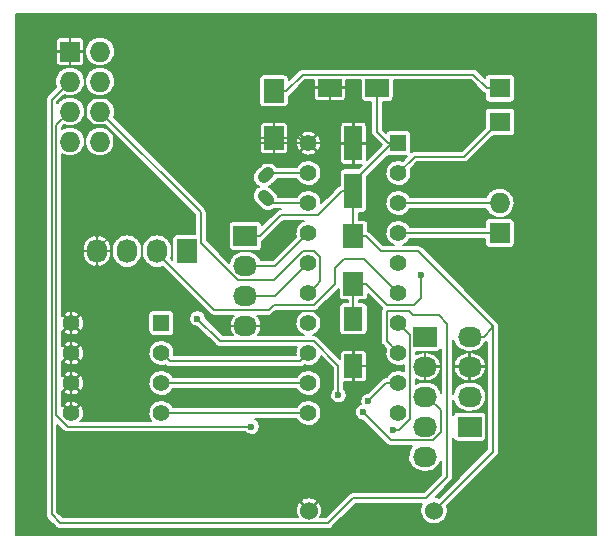
<source format=gtl>
G04 #@! TF.FileFunction,Copper,L1,Top,Signal*
%FSLAX46Y46*%
G04 Gerber Fmt 4.6, Leading zero omitted, Abs format (unit mm)*
G04 Created by KiCad (PCBNEW (after 2015-mar-04 BZR unknown)-product) date 22/04/2015 13:56:25*
%MOMM*%
G01*
G04 APERTURE LIST*
%ADD10C,0.100000*%
%ADD11C,1.524000*%
%ADD12R,1.501140X2.999740*%
%ADD13R,2.000000X1.600000*%
%ADD14R,1.600000X2.000000*%
%ADD15R,1.800860X1.597660*%
%ADD16R,1.727200X1.727200*%
%ADD17O,1.727200X1.727200*%
%ADD18R,2.032000X1.727200*%
%ADD19O,2.032000X1.727200*%
%ADD20R,1.700000X2.000000*%
%ADD21R,1.727200X2.032000*%
%ADD22O,1.727200X2.032000*%
%ADD23R,1.397000X1.397000*%
%ADD24C,1.397000*%
%ADD25C,1.000760*%
%ADD26C,0.600000*%
%ADD27C,0.200000*%
G04 APERTURE END LIST*
D10*
D11*
X135864600Y-92506800D03*
X125274600Y-92506800D03*
D12*
X129032000Y-61424820D03*
X129032000Y-65422780D03*
D13*
X131032000Y-56692800D03*
X127032000Y-56692800D03*
D14*
X129032000Y-76282800D03*
X129032000Y-80282800D03*
D15*
X141439900Y-59598560D03*
X141439900Y-56758840D03*
D16*
X141414500Y-69011800D03*
D17*
X141414500Y-66471800D03*
D18*
X119888000Y-69265800D03*
D19*
X119888000Y-71805800D03*
X119888000Y-74345800D03*
X119888000Y-76885800D03*
D20*
X122301000Y-56978800D03*
X122301000Y-60978800D03*
X129032000Y-73297800D03*
X129032000Y-69297800D03*
D16*
X105029000Y-53644800D03*
D17*
X107569000Y-53644800D03*
X105029000Y-56184800D03*
X107569000Y-56184800D03*
X105029000Y-58724800D03*
X107569000Y-58724800D03*
X105029000Y-61264800D03*
X107569000Y-61264800D03*
D21*
X114935000Y-70535800D03*
D22*
X112395000Y-70535800D03*
X109855000Y-70535800D03*
X107315000Y-70535800D03*
D23*
X112776000Y-76631800D03*
D24*
X112776000Y-79171800D03*
X112776000Y-81711800D03*
X112776000Y-84251800D03*
X105156000Y-84251800D03*
X105156000Y-81711800D03*
X105156000Y-79171800D03*
X105156000Y-76631800D03*
D25*
X121800845Y-63949355D02*
X121447023Y-64303177D01*
X121447023Y-65871823D02*
X121800845Y-66225645D01*
D23*
X132842000Y-61391800D03*
D24*
X132842000Y-63931800D03*
X132842000Y-66471800D03*
X132842000Y-69011800D03*
X132842000Y-71551800D03*
X132842000Y-74091800D03*
X132842000Y-76631800D03*
X132842000Y-79171800D03*
X132842000Y-81711800D03*
X132842000Y-84251800D03*
X125222000Y-84251800D03*
X125222000Y-81711800D03*
X125222000Y-79171800D03*
X125222000Y-76631800D03*
X125222000Y-74091800D03*
X125222000Y-71551800D03*
X125222000Y-69011800D03*
X125222000Y-66471800D03*
X125222000Y-63931800D03*
X125222000Y-61391800D03*
D18*
X135089900Y-77787500D03*
D19*
X135089900Y-80327500D03*
X135089900Y-82867500D03*
X135089900Y-85407500D03*
X135089900Y-87947500D03*
D18*
X138861800Y-85407500D03*
D19*
X138861800Y-82867500D03*
X138861800Y-80327500D03*
X138861800Y-77787500D03*
D26*
X131305500Y-80289500D03*
X134747000Y-72567800D03*
X120396000Y-85394800D03*
X132410400Y-85648900D03*
X129857700Y-84188400D03*
X115824000Y-76250800D03*
X127762000Y-82727800D03*
X130302000Y-83235800D03*
D27*
X131305500Y-80289500D02*
X129038700Y-80289500D01*
X129038700Y-80289500D02*
X129032000Y-80282800D01*
X125222000Y-61391800D02*
X111958130Y-61391800D01*
X111958130Y-61391800D02*
X108127529Y-57561199D01*
X108127529Y-57561199D02*
X107010471Y-57561199D01*
X107010471Y-57561199D02*
X106405399Y-58166271D01*
X106405399Y-58166271D02*
X106405399Y-59283329D01*
X106405399Y-59283329D02*
X107010471Y-59888401D01*
X107010471Y-59888401D02*
X107914731Y-59888401D01*
X107914731Y-59888401D02*
X108732601Y-60706271D01*
X108732601Y-60706271D02*
X108732601Y-68965799D01*
X108732601Y-68965799D02*
X107315000Y-70383400D01*
X107315000Y-70383400D02*
X107315000Y-70535800D01*
X129032000Y-88774800D02*
X129032000Y-80282800D01*
X125300000Y-92506800D02*
X129032000Y-88774800D01*
X129032000Y-61424820D02*
X124874020Y-61424820D01*
X124428000Y-60978800D02*
X122301000Y-60978800D01*
X124874020Y-61424820D02*
X124428000Y-60978800D01*
X127032000Y-59581800D02*
X125222000Y-61391800D01*
X127032000Y-56692800D02*
X127032000Y-59581800D01*
X129032000Y-79082800D02*
X129032000Y-80282800D01*
X129032000Y-78964018D02*
X129032000Y-79082800D01*
X125701281Y-75633299D02*
X129032000Y-78964018D01*
X122356501Y-75633299D02*
X125701281Y-75633299D01*
X121104000Y-76885800D02*
X122356501Y-75633299D01*
X119888000Y-76885800D02*
X121104000Y-76885800D01*
X105156000Y-84251800D02*
X105156000Y-81711800D01*
X105156000Y-81711800D02*
X105156000Y-79171800D01*
X105156000Y-79171800D02*
X105156000Y-76631800D01*
X105156000Y-76631800D02*
X105156000Y-75615800D01*
X105156000Y-75615800D02*
X106045000Y-74726800D01*
X106045000Y-74726800D02*
X115824000Y-74726800D01*
X117983000Y-76885800D02*
X119888000Y-76885800D01*
X115824000Y-74726800D02*
X117983000Y-76885800D01*
X106045000Y-73021800D02*
X106045000Y-74726800D01*
X107315000Y-71751800D02*
X106045000Y-73021800D01*
X107315000Y-70535800D02*
X107315000Y-71751800D01*
X134530492Y-70553299D02*
X140776107Y-76798914D01*
X140776107Y-76798914D02*
X140857179Y-76879986D01*
X138861800Y-77787500D02*
X140077800Y-77787500D01*
X140077800Y-77787500D02*
X140776107Y-77089193D01*
X140776107Y-77089193D02*
X140776107Y-76798914D01*
X135864600Y-92506800D02*
X140857179Y-87514221D01*
X140857179Y-87514221D02*
X140857179Y-76879986D01*
X129032000Y-69297800D02*
X130082000Y-69297800D01*
X130082000Y-69297800D02*
X131337499Y-70553299D01*
X131337499Y-70553299D02*
X134530492Y-70553299D01*
X129032000Y-65422780D02*
X129032000Y-69297800D01*
X132313680Y-61391800D02*
X132842000Y-61391800D01*
X129032000Y-64673480D02*
X132313680Y-61391800D01*
X129032000Y-65422780D02*
X129032000Y-64673480D01*
X131943500Y-61391800D02*
X132842000Y-61391800D01*
X131032000Y-60480300D02*
X131943500Y-61391800D01*
X131032000Y-56692800D02*
X131032000Y-60480300D01*
X128081430Y-65422780D02*
X129032000Y-65422780D01*
X126033909Y-67470301D02*
X128081430Y-65422780D01*
X122899499Y-67470301D02*
X126033909Y-67470301D01*
X121104000Y-69265800D02*
X122899499Y-67470301D01*
X119888000Y-69265800D02*
X121104000Y-69265800D01*
X134747000Y-74472800D02*
X134747000Y-72567800D01*
X134129499Y-75090301D02*
X134747000Y-74472800D01*
X131064000Y-74279800D02*
X131874501Y-75090301D01*
X131874501Y-75090301D02*
X134129499Y-75090301D01*
X129032000Y-73297800D02*
X130082000Y-73297800D01*
X130082000Y-73297800D02*
X131064000Y-74279800D01*
X129032000Y-75082800D02*
X129032000Y-73297800D01*
X129032000Y-76282800D02*
X129032000Y-75082800D01*
X122428000Y-74345800D02*
X125222000Y-71551800D01*
X119888000Y-74345800D02*
X122428000Y-74345800D01*
X141338300Y-59598560D02*
X141439900Y-59598560D01*
X138402060Y-62534800D02*
X141338300Y-59598560D01*
X134239000Y-62534800D02*
X138402060Y-62534800D01*
X132842000Y-63931800D02*
X134239000Y-62534800D01*
X123351000Y-56978800D02*
X124737001Y-55592799D01*
X122301000Y-56978800D02*
X123351000Y-56978800D01*
X139173429Y-55592799D02*
X132694959Y-55592799D01*
X140339470Y-56758840D02*
X139173429Y-55592799D01*
X141439900Y-56758840D02*
X140339470Y-56758840D01*
X132694959Y-55592799D02*
X132846289Y-55592799D01*
X124737001Y-55592799D02*
X132694959Y-55592799D01*
X136852920Y-69011800D02*
X141414500Y-69011800D01*
X132842000Y-69011800D02*
X136852920Y-69011800D01*
X136852920Y-69011800D02*
X137033000Y-69011800D01*
X141414500Y-66471800D02*
X136928897Y-66471800D01*
X136928897Y-66471800D02*
X132842000Y-66471800D01*
X137033000Y-66471800D02*
X136928897Y-66471800D01*
X122428000Y-71805800D02*
X125222000Y-69011800D01*
X119888000Y-71805800D02*
X122428000Y-71805800D01*
X132842000Y-79171800D02*
X131843499Y-78173299D01*
X131843499Y-78173299D02*
X131843499Y-75662101D01*
X136964701Y-76671199D02*
X136964701Y-89673616D01*
X131843499Y-75662101D02*
X131872301Y-75633299D01*
X103465389Y-92835389D02*
X103465389Y-57748411D01*
X131872301Y-75633299D02*
X133748599Y-75633299D01*
X133748599Y-75633299D02*
X134093150Y-75977850D01*
X134093150Y-75977850D02*
X136271352Y-75977850D01*
X126884697Y-93568801D02*
X104198801Y-93568801D01*
X103465389Y-57748411D02*
X105029000Y-56184800D01*
X136271352Y-75977850D02*
X136964701Y-76671199D01*
X136964701Y-89673616D02*
X135193518Y-91444799D01*
X135193518Y-91444799D02*
X129008699Y-91444799D01*
X129008699Y-91444799D02*
X126884697Y-93568801D01*
X104198801Y-93568801D02*
X103465389Y-92835389D01*
X104821218Y-85394800D02*
X120396000Y-85394800D01*
X103865399Y-84438981D02*
X104821218Y-85394800D01*
X103865399Y-59888401D02*
X103865399Y-84438981D01*
X105029000Y-58724800D02*
X103865399Y-59888401D01*
X132842000Y-76631800D02*
X133840501Y-77630301D01*
X133840501Y-84731081D02*
X133840501Y-77630301D01*
X132922682Y-85648900D02*
X133840501Y-84731081D01*
X132410400Y-85648900D02*
X132922682Y-85648900D01*
X125920499Y-73393301D02*
X125222000Y-74091800D01*
X126220501Y-73093299D02*
X125920499Y-73393301D01*
X126220501Y-71072519D02*
X126220501Y-73093299D01*
X125701281Y-70553299D02*
X126220501Y-71072519D01*
X124742719Y-70553299D02*
X125701281Y-70553299D01*
X122326608Y-72969410D02*
X124742719Y-70553299D01*
X119253617Y-72969410D02*
X122326608Y-72969410D01*
X116098601Y-69814394D02*
X119253617Y-72969410D01*
X116098601Y-67254401D02*
X116098601Y-69814394D01*
X107569000Y-58724800D02*
X116098601Y-67254401D01*
X129857700Y-84188400D02*
X132240410Y-86571110D01*
X132240410Y-86571110D02*
X135724283Y-86571110D01*
X135724283Y-86571110D02*
X136405910Y-85889483D01*
X136405910Y-85889483D02*
X136405910Y-84031110D01*
X136405910Y-84031110D02*
X135242300Y-82867500D01*
X135242300Y-82867500D02*
X135089900Y-82867500D01*
X127762000Y-80234018D02*
X127762000Y-82727800D01*
X125701281Y-78173299D02*
X127762000Y-80234018D01*
X117746499Y-78173299D02*
X125701281Y-78173299D01*
X115824000Y-76250800D02*
X117746499Y-78173299D01*
X131826000Y-81711800D02*
X132842000Y-81711800D01*
X130302000Y-83235800D02*
X131826000Y-81711800D01*
X132143501Y-73393301D02*
X132842000Y-74091800D01*
X129921000Y-71170800D02*
X132143501Y-73393301D01*
X128270000Y-71170800D02*
X129921000Y-71170800D01*
X127508000Y-73283582D02*
X127508000Y-71932800D01*
X125701281Y-75090301D02*
X127508000Y-73283582D01*
X121914692Y-75509410D02*
X122333801Y-75090301D01*
X117216210Y-75509410D02*
X121914692Y-75509410D01*
X127508000Y-71932800D02*
X128270000Y-71170800D01*
X122333801Y-75090301D02*
X125701281Y-75090301D01*
X112395000Y-70688200D02*
X117216210Y-75509410D01*
X112395000Y-70535800D02*
X112395000Y-70688200D01*
X112776000Y-84251800D02*
X125222000Y-84251800D01*
X125222000Y-81711800D02*
X112776000Y-81711800D01*
X124523501Y-79870299D02*
X125222000Y-79171800D01*
X113474499Y-79870299D02*
X124523501Y-79870299D01*
X112776000Y-79171800D02*
X113474499Y-79870299D01*
X122047000Y-66471800D02*
X125222000Y-66471800D01*
X121412000Y-65836800D02*
X122047000Y-66471800D01*
X121818400Y-63931800D02*
X121412000Y-64338200D01*
X125222000Y-63931800D02*
X121818400Y-63931800D01*
G36*
X136464701Y-82543511D02*
X136440390Y-82460908D01*
X136440390Y-80544595D01*
X136440390Y-80110405D01*
X136377548Y-79886489D01*
X136269698Y-79673487D01*
X136122365Y-79485618D01*
X135941212Y-79330102D01*
X135733200Y-79212916D01*
X135506323Y-79138563D01*
X135269300Y-79109900D01*
X135116900Y-79109900D01*
X135116900Y-80300500D01*
X136371077Y-80300500D01*
X136440390Y-80110405D01*
X136440390Y-80544595D01*
X136371077Y-80354500D01*
X135116900Y-80354500D01*
X135116900Y-81545100D01*
X135269300Y-81545100D01*
X135506323Y-81516437D01*
X135733200Y-81442084D01*
X135941212Y-81324898D01*
X136122365Y-81169382D01*
X136269698Y-80981513D01*
X136377548Y-80768511D01*
X136440390Y-80544595D01*
X136440390Y-82460908D01*
X136420741Y-82394147D01*
X136306486Y-82175599D01*
X136151959Y-81983405D01*
X135963043Y-81824887D01*
X135746936Y-81706081D01*
X135511868Y-81631513D01*
X135266794Y-81604023D01*
X135249151Y-81603900D01*
X134930649Y-81603900D01*
X134685214Y-81627965D01*
X134449128Y-81699244D01*
X134340501Y-81757001D01*
X134340501Y-81382311D01*
X134446600Y-81442084D01*
X134673477Y-81516437D01*
X134910500Y-81545100D01*
X135062900Y-81545100D01*
X135062900Y-80354500D01*
X135042900Y-80354500D01*
X135042900Y-80300500D01*
X135062900Y-80300500D01*
X135062900Y-79109900D01*
X134910500Y-79109900D01*
X134673477Y-79138563D01*
X134446600Y-79212916D01*
X134340501Y-79272688D01*
X134340501Y-79053035D01*
X136105900Y-79053035D01*
X136170809Y-79047760D01*
X136278524Y-79014078D01*
X136372630Y-78951778D01*
X136445706Y-78865772D01*
X136464701Y-78823529D01*
X136464701Y-82543511D01*
X136464701Y-82543511D01*
G37*
X136464701Y-82543511D02*
X136440390Y-82460908D01*
X136440390Y-80544595D01*
X136440390Y-80110405D01*
X136377548Y-79886489D01*
X136269698Y-79673487D01*
X136122365Y-79485618D01*
X135941212Y-79330102D01*
X135733200Y-79212916D01*
X135506323Y-79138563D01*
X135269300Y-79109900D01*
X135116900Y-79109900D01*
X135116900Y-80300500D01*
X136371077Y-80300500D01*
X136440390Y-80110405D01*
X136440390Y-80544595D01*
X136371077Y-80354500D01*
X135116900Y-80354500D01*
X135116900Y-81545100D01*
X135269300Y-81545100D01*
X135506323Y-81516437D01*
X135733200Y-81442084D01*
X135941212Y-81324898D01*
X136122365Y-81169382D01*
X136269698Y-80981513D01*
X136377548Y-80768511D01*
X136440390Y-80544595D01*
X136440390Y-82460908D01*
X136420741Y-82394147D01*
X136306486Y-82175599D01*
X136151959Y-81983405D01*
X135963043Y-81824887D01*
X135746936Y-81706081D01*
X135511868Y-81631513D01*
X135266794Y-81604023D01*
X135249151Y-81603900D01*
X134930649Y-81603900D01*
X134685214Y-81627965D01*
X134449128Y-81699244D01*
X134340501Y-81757001D01*
X134340501Y-81382311D01*
X134446600Y-81442084D01*
X134673477Y-81516437D01*
X134910500Y-81545100D01*
X135062900Y-81545100D01*
X135062900Y-80354500D01*
X135042900Y-80354500D01*
X135042900Y-80300500D01*
X135062900Y-80300500D01*
X135062900Y-79109900D01*
X134910500Y-79109900D01*
X134673477Y-79138563D01*
X134446600Y-79212916D01*
X134340501Y-79272688D01*
X134340501Y-79053035D01*
X136105900Y-79053035D01*
X136170809Y-79047760D01*
X136278524Y-79014078D01*
X136372630Y-78951778D01*
X136445706Y-78865772D01*
X136464701Y-78823529D01*
X136464701Y-82543511D01*
G36*
X140357179Y-87307115D02*
X136254246Y-91410047D01*
X136209875Y-91391396D01*
X135997601Y-91347821D01*
X137318254Y-90027169D01*
X137347533Y-89991524D01*
X137377258Y-89956100D01*
X137378526Y-89953793D01*
X137380193Y-89951764D01*
X137401999Y-89911094D01*
X137424269Y-89870587D01*
X137425064Y-89868079D01*
X137426306Y-89865764D01*
X137439808Y-89821600D01*
X137453775Y-89777572D01*
X137454067Y-89774960D01*
X137454837Y-89772445D01*
X137459506Y-89726468D01*
X137464652Y-89680597D01*
X137464688Y-89675458D01*
X137464698Y-89675361D01*
X137464689Y-89675269D01*
X137464701Y-89673616D01*
X137464701Y-86385773D01*
X137482822Y-86443724D01*
X137545122Y-86537830D01*
X137631128Y-86610906D01*
X137734059Y-86657191D01*
X137845800Y-86673035D01*
X139877800Y-86673035D01*
X139942709Y-86667760D01*
X140050424Y-86634078D01*
X140144530Y-86571778D01*
X140217606Y-86485772D01*
X140263891Y-86382841D01*
X140279735Y-86271100D01*
X140279735Y-84543900D01*
X140274460Y-84478991D01*
X140240778Y-84371276D01*
X140178478Y-84277170D01*
X140092472Y-84204094D01*
X139989541Y-84157809D01*
X139877800Y-84141965D01*
X137845800Y-84141965D01*
X137780891Y-84147240D01*
X137673176Y-84180922D01*
X137579070Y-84243222D01*
X137505994Y-84329228D01*
X137464701Y-84421057D01*
X137464701Y-83115725D01*
X137530959Y-83340853D01*
X137645214Y-83559401D01*
X137799741Y-83751595D01*
X137988657Y-83910113D01*
X138204764Y-84028919D01*
X138439832Y-84103487D01*
X138684906Y-84130977D01*
X138702549Y-84131100D01*
X139021051Y-84131100D01*
X139266486Y-84107035D01*
X139502572Y-84035756D01*
X139720317Y-83919979D01*
X139911427Y-83764114D01*
X140068623Y-83574096D01*
X140185917Y-83357165D01*
X140258842Y-83121582D01*
X140284620Y-82876322D01*
X140262269Y-82630725D01*
X140212290Y-82460909D01*
X140212290Y-80544595D01*
X140212290Y-80110405D01*
X140149448Y-79886489D01*
X140041598Y-79673487D01*
X139894265Y-79485618D01*
X139713112Y-79330102D01*
X139505100Y-79212916D01*
X139278223Y-79138563D01*
X139041200Y-79109900D01*
X138888800Y-79109900D01*
X138888800Y-80300500D01*
X140142977Y-80300500D01*
X140212290Y-80110405D01*
X140212290Y-80544595D01*
X140142977Y-80354500D01*
X138888800Y-80354500D01*
X138888800Y-81545100D01*
X139041200Y-81545100D01*
X139278223Y-81516437D01*
X139505100Y-81442084D01*
X139713112Y-81324898D01*
X139894265Y-81169382D01*
X140041598Y-80981513D01*
X140149448Y-80768511D01*
X140212290Y-80544595D01*
X140212290Y-82460909D01*
X140192641Y-82394147D01*
X140078386Y-82175599D01*
X139923859Y-81983405D01*
X139734943Y-81824887D01*
X139518836Y-81706081D01*
X139283768Y-81631513D01*
X139038694Y-81604023D01*
X139021051Y-81603900D01*
X138834800Y-81603900D01*
X138834800Y-81545100D01*
X138834800Y-80354500D01*
X138834800Y-80300500D01*
X138834800Y-79109900D01*
X138682400Y-79109900D01*
X138445377Y-79138563D01*
X138218500Y-79212916D01*
X138010488Y-79330102D01*
X137829335Y-79485618D01*
X137682002Y-79673487D01*
X137574152Y-79886489D01*
X137511310Y-80110405D01*
X137580623Y-80300500D01*
X138834800Y-80300500D01*
X138834800Y-80354500D01*
X137580623Y-80354500D01*
X137511310Y-80544595D01*
X137574152Y-80768511D01*
X137682002Y-80981513D01*
X137829335Y-81169382D01*
X138010488Y-81324898D01*
X138218500Y-81442084D01*
X138445377Y-81516437D01*
X138682400Y-81545100D01*
X138834800Y-81545100D01*
X138834800Y-81603900D01*
X138702549Y-81603900D01*
X138457114Y-81627965D01*
X138221028Y-81699244D01*
X138003283Y-81815021D01*
X137812173Y-81970886D01*
X137654977Y-82160904D01*
X137537683Y-82377835D01*
X137464758Y-82613418D01*
X137464701Y-82613960D01*
X137464701Y-78035725D01*
X137530959Y-78260853D01*
X137645214Y-78479401D01*
X137799741Y-78671595D01*
X137988657Y-78830113D01*
X138204764Y-78948919D01*
X138439832Y-79023487D01*
X138684906Y-79050977D01*
X138702549Y-79051100D01*
X139021051Y-79051100D01*
X139266486Y-79027035D01*
X139502572Y-78955756D01*
X139720317Y-78839979D01*
X139911427Y-78684114D01*
X140068623Y-78494096D01*
X140185917Y-78277165D01*
X140186773Y-78274398D01*
X140219123Y-78264631D01*
X140263484Y-78251743D01*
X140265819Y-78250532D01*
X140268335Y-78249773D01*
X140309085Y-78228105D01*
X140350120Y-78206836D01*
X140352176Y-78205194D01*
X140354496Y-78203961D01*
X140357179Y-78201772D01*
X140357179Y-87307115D01*
X140357179Y-87307115D01*
G37*
X140357179Y-87307115D02*
X136254246Y-91410047D01*
X136209875Y-91391396D01*
X135997601Y-91347821D01*
X137318254Y-90027169D01*
X137347533Y-89991524D01*
X137377258Y-89956100D01*
X137378526Y-89953793D01*
X137380193Y-89951764D01*
X137401999Y-89911094D01*
X137424269Y-89870587D01*
X137425064Y-89868079D01*
X137426306Y-89865764D01*
X137439808Y-89821600D01*
X137453775Y-89777572D01*
X137454067Y-89774960D01*
X137454837Y-89772445D01*
X137459506Y-89726468D01*
X137464652Y-89680597D01*
X137464688Y-89675458D01*
X137464698Y-89675361D01*
X137464689Y-89675269D01*
X137464701Y-89673616D01*
X137464701Y-86385773D01*
X137482822Y-86443724D01*
X137545122Y-86537830D01*
X137631128Y-86610906D01*
X137734059Y-86657191D01*
X137845800Y-86673035D01*
X139877800Y-86673035D01*
X139942709Y-86667760D01*
X140050424Y-86634078D01*
X140144530Y-86571778D01*
X140217606Y-86485772D01*
X140263891Y-86382841D01*
X140279735Y-86271100D01*
X140279735Y-84543900D01*
X140274460Y-84478991D01*
X140240778Y-84371276D01*
X140178478Y-84277170D01*
X140092472Y-84204094D01*
X139989541Y-84157809D01*
X139877800Y-84141965D01*
X137845800Y-84141965D01*
X137780891Y-84147240D01*
X137673176Y-84180922D01*
X137579070Y-84243222D01*
X137505994Y-84329228D01*
X137464701Y-84421057D01*
X137464701Y-83115725D01*
X137530959Y-83340853D01*
X137645214Y-83559401D01*
X137799741Y-83751595D01*
X137988657Y-83910113D01*
X138204764Y-84028919D01*
X138439832Y-84103487D01*
X138684906Y-84130977D01*
X138702549Y-84131100D01*
X139021051Y-84131100D01*
X139266486Y-84107035D01*
X139502572Y-84035756D01*
X139720317Y-83919979D01*
X139911427Y-83764114D01*
X140068623Y-83574096D01*
X140185917Y-83357165D01*
X140258842Y-83121582D01*
X140284620Y-82876322D01*
X140262269Y-82630725D01*
X140212290Y-82460909D01*
X140212290Y-80544595D01*
X140212290Y-80110405D01*
X140149448Y-79886489D01*
X140041598Y-79673487D01*
X139894265Y-79485618D01*
X139713112Y-79330102D01*
X139505100Y-79212916D01*
X139278223Y-79138563D01*
X139041200Y-79109900D01*
X138888800Y-79109900D01*
X138888800Y-80300500D01*
X140142977Y-80300500D01*
X140212290Y-80110405D01*
X140212290Y-80544595D01*
X140142977Y-80354500D01*
X138888800Y-80354500D01*
X138888800Y-81545100D01*
X139041200Y-81545100D01*
X139278223Y-81516437D01*
X139505100Y-81442084D01*
X139713112Y-81324898D01*
X139894265Y-81169382D01*
X140041598Y-80981513D01*
X140149448Y-80768511D01*
X140212290Y-80544595D01*
X140212290Y-82460909D01*
X140192641Y-82394147D01*
X140078386Y-82175599D01*
X139923859Y-81983405D01*
X139734943Y-81824887D01*
X139518836Y-81706081D01*
X139283768Y-81631513D01*
X139038694Y-81604023D01*
X139021051Y-81603900D01*
X138834800Y-81603900D01*
X138834800Y-81545100D01*
X138834800Y-80354500D01*
X138834800Y-80300500D01*
X138834800Y-79109900D01*
X138682400Y-79109900D01*
X138445377Y-79138563D01*
X138218500Y-79212916D01*
X138010488Y-79330102D01*
X137829335Y-79485618D01*
X137682002Y-79673487D01*
X137574152Y-79886489D01*
X137511310Y-80110405D01*
X137580623Y-80300500D01*
X138834800Y-80300500D01*
X138834800Y-80354500D01*
X137580623Y-80354500D01*
X137511310Y-80544595D01*
X137574152Y-80768511D01*
X137682002Y-80981513D01*
X137829335Y-81169382D01*
X138010488Y-81324898D01*
X138218500Y-81442084D01*
X138445377Y-81516437D01*
X138682400Y-81545100D01*
X138834800Y-81545100D01*
X138834800Y-81603900D01*
X138702549Y-81603900D01*
X138457114Y-81627965D01*
X138221028Y-81699244D01*
X138003283Y-81815021D01*
X137812173Y-81970886D01*
X137654977Y-82160904D01*
X137537683Y-82377835D01*
X137464758Y-82613418D01*
X137464701Y-82613960D01*
X137464701Y-78035725D01*
X137530959Y-78260853D01*
X137645214Y-78479401D01*
X137799741Y-78671595D01*
X137988657Y-78830113D01*
X138204764Y-78948919D01*
X138439832Y-79023487D01*
X138684906Y-79050977D01*
X138702549Y-79051100D01*
X139021051Y-79051100D01*
X139266486Y-79027035D01*
X139502572Y-78955756D01*
X139720317Y-78839979D01*
X139911427Y-78684114D01*
X140068623Y-78494096D01*
X140185917Y-78277165D01*
X140186773Y-78274398D01*
X140219123Y-78264631D01*
X140263484Y-78251743D01*
X140265819Y-78250532D01*
X140268335Y-78249773D01*
X140309085Y-78228105D01*
X140350120Y-78206836D01*
X140352176Y-78205194D01*
X140354496Y-78203961D01*
X140357179Y-78201772D01*
X140357179Y-87307115D01*
G36*
X149537500Y-94553800D02*
X142742265Y-94553800D01*
X142742265Y-60397390D01*
X142742265Y-58799730D01*
X142736990Y-58734821D01*
X142703308Y-58627106D01*
X142641008Y-58533000D01*
X142555002Y-58459924D01*
X142452071Y-58413639D01*
X142340330Y-58397795D01*
X140539470Y-58397795D01*
X140474561Y-58403070D01*
X140366846Y-58436752D01*
X140272740Y-58499052D01*
X140199664Y-58585058D01*
X140153379Y-58687989D01*
X140137535Y-58799730D01*
X140137535Y-60092218D01*
X138194953Y-62034800D01*
X134239000Y-62034800D01*
X134193011Y-62039309D01*
X134147024Y-62043332D01*
X134144499Y-62044065D01*
X134141883Y-62044322D01*
X134097676Y-62057668D01*
X134053316Y-62070557D01*
X134050980Y-62071767D01*
X134048465Y-62072527D01*
X134007675Y-62094215D01*
X133966680Y-62115465D01*
X133964627Y-62117103D01*
X133962304Y-62118339D01*
X133935341Y-62140329D01*
X133942435Y-62090300D01*
X133942435Y-60693300D01*
X133937160Y-60628391D01*
X133903478Y-60520676D01*
X133841178Y-60426570D01*
X133755172Y-60353494D01*
X133652241Y-60307209D01*
X133540500Y-60291365D01*
X132143500Y-60291365D01*
X132078591Y-60296640D01*
X131970876Y-60330322D01*
X131876770Y-60392622D01*
X131803694Y-60478628D01*
X131783141Y-60524334D01*
X131532000Y-60273193D01*
X131532000Y-57894735D01*
X132032000Y-57894735D01*
X132096909Y-57889460D01*
X132204624Y-57855778D01*
X132298730Y-57793478D01*
X132371806Y-57707472D01*
X132418091Y-57604541D01*
X132433935Y-57492800D01*
X132433935Y-56092799D01*
X132694959Y-56092799D01*
X132846289Y-56092799D01*
X138966323Y-56092799D01*
X139985917Y-57112393D01*
X140021561Y-57141672D01*
X140056986Y-57171397D01*
X140059292Y-57172665D01*
X140061322Y-57174332D01*
X140101991Y-57196138D01*
X140137535Y-57215679D01*
X140137535Y-57557670D01*
X140142810Y-57622579D01*
X140176492Y-57730294D01*
X140238792Y-57824400D01*
X140324798Y-57897476D01*
X140427729Y-57943761D01*
X140539470Y-57959605D01*
X142340330Y-57959605D01*
X142405239Y-57954330D01*
X142512954Y-57920648D01*
X142607060Y-57858348D01*
X142680136Y-57772342D01*
X142726421Y-57669411D01*
X142742265Y-57557670D01*
X142742265Y-55960010D01*
X142736990Y-55895101D01*
X142703308Y-55787386D01*
X142641008Y-55693280D01*
X142555002Y-55620204D01*
X142452071Y-55573919D01*
X142340330Y-55558075D01*
X140539470Y-55558075D01*
X140474561Y-55563350D01*
X140366846Y-55597032D01*
X140272740Y-55659332D01*
X140199664Y-55745338D01*
X140153379Y-55848269D01*
X140151221Y-55863485D01*
X139526982Y-55239246D01*
X139491337Y-55209966D01*
X139455913Y-55180242D01*
X139453606Y-55178973D01*
X139451577Y-55177307D01*
X139410907Y-55155500D01*
X139370400Y-55133231D01*
X139367892Y-55132435D01*
X139365577Y-55131194D01*
X139321413Y-55117691D01*
X139277385Y-55103725D01*
X139274773Y-55103432D01*
X139272258Y-55102663D01*
X139226281Y-55097993D01*
X139180410Y-55092848D01*
X139175271Y-55092811D01*
X139175174Y-55092802D01*
X139175082Y-55092810D01*
X139173429Y-55092799D01*
X132846289Y-55092799D01*
X132694959Y-55092799D01*
X124737001Y-55092799D01*
X124691012Y-55097308D01*
X124645025Y-55101331D01*
X124642500Y-55102064D01*
X124639884Y-55102321D01*
X124595677Y-55115667D01*
X124551317Y-55128556D01*
X124548981Y-55129766D01*
X124546466Y-55130526D01*
X124505676Y-55152214D01*
X124464681Y-55173464D01*
X124462628Y-55175102D01*
X124460305Y-55176338D01*
X124424513Y-55205529D01*
X124388418Y-55234344D01*
X124384755Y-55237955D01*
X124384684Y-55238014D01*
X124384629Y-55238080D01*
X124383447Y-55239246D01*
X123552935Y-56069758D01*
X123552935Y-55978800D01*
X123547660Y-55913891D01*
X123513978Y-55806176D01*
X123451678Y-55712070D01*
X123365672Y-55638994D01*
X123262741Y-55592709D01*
X123151000Y-55576865D01*
X121451000Y-55576865D01*
X121386091Y-55582140D01*
X121278376Y-55615822D01*
X121184270Y-55678122D01*
X121111194Y-55764128D01*
X121064909Y-55867059D01*
X121049065Y-55978800D01*
X121049065Y-57978800D01*
X121054340Y-58043709D01*
X121088022Y-58151424D01*
X121150322Y-58245530D01*
X121236328Y-58318606D01*
X121339259Y-58364891D01*
X121451000Y-58380735D01*
X123151000Y-58380735D01*
X123215909Y-58375460D01*
X123323624Y-58341778D01*
X123417730Y-58279478D01*
X123490806Y-58193472D01*
X123537091Y-58090541D01*
X123552935Y-57978800D01*
X123552935Y-57435011D01*
X123582285Y-57419405D01*
X123623320Y-57398136D01*
X123625376Y-57396494D01*
X123627696Y-57395261D01*
X123663484Y-57366072D01*
X123699582Y-57337255D01*
X123703239Y-57333647D01*
X123703317Y-57333585D01*
X123703376Y-57333513D01*
X123704553Y-57332353D01*
X124944107Y-56092799D01*
X125678000Y-56092799D01*
X125678000Y-56577300D01*
X125766500Y-56665800D01*
X127005000Y-56665800D01*
X127005000Y-56645800D01*
X127059000Y-56645800D01*
X127059000Y-56665800D01*
X128297500Y-56665800D01*
X128386000Y-56577300D01*
X128386000Y-56092799D01*
X129630065Y-56092799D01*
X129630065Y-57492800D01*
X129635340Y-57557709D01*
X129669022Y-57665424D01*
X129731322Y-57759530D01*
X129817328Y-57832606D01*
X129920259Y-57878891D01*
X130032000Y-57894735D01*
X130532000Y-57894735D01*
X130532000Y-60480300D01*
X130536504Y-60526243D01*
X130540532Y-60572276D01*
X130541265Y-60574800D01*
X130541522Y-60577417D01*
X130554868Y-60621623D01*
X130567757Y-60665984D01*
X130568967Y-60668319D01*
X130569727Y-60670835D01*
X130591394Y-60711585D01*
X130612664Y-60752620D01*
X130614305Y-60754676D01*
X130615539Y-60756996D01*
X130644727Y-60792784D01*
X130673545Y-60828882D01*
X130677152Y-60832539D01*
X130677215Y-60832617D01*
X130677286Y-60832676D01*
X130678447Y-60833853D01*
X131421483Y-61576889D01*
X130136570Y-62861803D01*
X130136570Y-61540320D01*
X130136570Y-61309320D01*
X130136570Y-59890084D01*
X130122966Y-59821692D01*
X130096281Y-59757268D01*
X130057540Y-59699288D01*
X130008232Y-59649980D01*
X129950252Y-59611239D01*
X129885828Y-59584554D01*
X129817436Y-59570950D01*
X129747704Y-59570950D01*
X129147500Y-59570950D01*
X129059000Y-59659450D01*
X129059000Y-61397820D01*
X130048070Y-61397820D01*
X130136570Y-61309320D01*
X130136570Y-61540320D01*
X130048070Y-61451820D01*
X129059000Y-61451820D01*
X129059000Y-63190190D01*
X129147500Y-63278690D01*
X129719683Y-63278690D01*
X129477398Y-63520975D01*
X129005000Y-63520975D01*
X129005000Y-63190190D01*
X129005000Y-61451820D01*
X129005000Y-61397820D01*
X129005000Y-59659450D01*
X128916500Y-59570950D01*
X128386000Y-59570950D01*
X128386000Y-57527666D01*
X128386000Y-57457934D01*
X128386000Y-56808300D01*
X128297500Y-56719800D01*
X127059000Y-56719800D01*
X127059000Y-57758300D01*
X127147500Y-57846800D01*
X128066866Y-57846800D01*
X128135258Y-57833196D01*
X128199682Y-57806511D01*
X128257662Y-57767770D01*
X128306970Y-57718462D01*
X128345711Y-57660482D01*
X128372396Y-57596058D01*
X128386000Y-57527666D01*
X128386000Y-59570950D01*
X128316296Y-59570950D01*
X128246564Y-59570950D01*
X128178172Y-59584554D01*
X128113748Y-59611239D01*
X128055768Y-59649980D01*
X128006460Y-59699288D01*
X127967719Y-59757268D01*
X127941034Y-59821692D01*
X127927430Y-59890084D01*
X127927430Y-61309320D01*
X128015930Y-61397820D01*
X129005000Y-61397820D01*
X129005000Y-61451820D01*
X128015930Y-61451820D01*
X127927430Y-61540320D01*
X127927430Y-62959556D01*
X127941034Y-63027948D01*
X127967719Y-63092372D01*
X128006460Y-63150352D01*
X128055768Y-63199660D01*
X128113748Y-63238401D01*
X128178172Y-63265086D01*
X128246564Y-63278690D01*
X128316296Y-63278690D01*
X128916500Y-63278690D01*
X129005000Y-63190190D01*
X129005000Y-63520975D01*
X128281430Y-63520975D01*
X128216521Y-63526250D01*
X128108806Y-63559932D01*
X128014700Y-63622232D01*
X127941624Y-63708238D01*
X127895339Y-63811169D01*
X127879495Y-63922910D01*
X127879495Y-64966568D01*
X127850144Y-64982174D01*
X127809110Y-65003444D01*
X127807053Y-65005085D01*
X127804734Y-65006319D01*
X127768945Y-65035507D01*
X127732848Y-65064325D01*
X127729190Y-65067932D01*
X127729113Y-65067995D01*
X127729053Y-65068066D01*
X127727877Y-65069227D01*
X127005000Y-65792103D01*
X127005000Y-57758300D01*
X127005000Y-56719800D01*
X125766500Y-56719800D01*
X125678000Y-56808300D01*
X125678000Y-57457934D01*
X125678000Y-57527666D01*
X125691604Y-57596058D01*
X125718289Y-57660482D01*
X125757030Y-57718462D01*
X125806338Y-57767770D01*
X125864318Y-57806511D01*
X125928742Y-57833196D01*
X125997134Y-57846800D01*
X126916500Y-57846800D01*
X127005000Y-57758300D01*
X127005000Y-65792103D01*
X126318954Y-66478149D01*
X126320547Y-66364087D01*
X126278704Y-66152762D01*
X126196611Y-65953590D01*
X126077395Y-65774157D01*
X125925598Y-65621296D01*
X125747001Y-65500831D01*
X125548407Y-65417349D01*
X125337380Y-65374032D01*
X125121958Y-65372528D01*
X124910347Y-65412895D01*
X124710607Y-65493595D01*
X124530345Y-65611555D01*
X124376429Y-65762281D01*
X124254720Y-65940033D01*
X124241104Y-65971800D01*
X122663023Y-65971800D01*
X122640771Y-65895209D01*
X122559905Y-65739200D01*
X122450273Y-65601868D01*
X122441447Y-65592917D01*
X122079751Y-65231221D01*
X121943963Y-65119684D01*
X121884328Y-65087708D01*
X121933468Y-65062237D01*
X122070800Y-64952606D01*
X122079751Y-64943779D01*
X122441447Y-64582083D01*
X122552983Y-64446295D01*
X122560755Y-64431800D01*
X124238446Y-64431800D01*
X124240249Y-64436352D01*
X124356947Y-64617432D01*
X124506596Y-64772397D01*
X124683493Y-64895344D01*
X124880902Y-64981590D01*
X125091304Y-65027850D01*
X125306684Y-65032362D01*
X125518838Y-64994953D01*
X125719685Y-64917050D01*
X125901576Y-64801618D01*
X126057582Y-64653055D01*
X126181762Y-64477020D01*
X126269384Y-64280218D01*
X126317111Y-64070145D01*
X126320547Y-63824087D01*
X126279494Y-63616751D01*
X126279494Y-61406328D01*
X126262008Y-61199743D01*
X126204557Y-61000537D01*
X126109345Y-60816368D01*
X126093202Y-60792209D01*
X125926078Y-60725906D01*
X125887894Y-60764090D01*
X125887894Y-60687722D01*
X125821591Y-60520598D01*
X125640107Y-60420363D01*
X125442556Y-60357460D01*
X125236528Y-60334306D01*
X125029943Y-60351792D01*
X124830737Y-60409243D01*
X124646568Y-60504455D01*
X124622409Y-60520598D01*
X124556106Y-60687722D01*
X125222000Y-61353616D01*
X125887894Y-60687722D01*
X125887894Y-60764090D01*
X125260184Y-61391800D01*
X125926078Y-62057694D01*
X126093202Y-61991391D01*
X126193437Y-61809907D01*
X126256340Y-61612356D01*
X126279494Y-61406328D01*
X126279494Y-63616751D01*
X126278704Y-63612762D01*
X126196611Y-63413590D01*
X126077395Y-63234157D01*
X125925598Y-63081296D01*
X125887894Y-63055864D01*
X125887894Y-62095878D01*
X125222000Y-61429984D01*
X125183816Y-61468168D01*
X125183816Y-61391800D01*
X124517922Y-60725906D01*
X124350798Y-60792209D01*
X124250563Y-60973693D01*
X124187660Y-61171244D01*
X124164506Y-61377272D01*
X124181992Y-61583857D01*
X124239443Y-61783063D01*
X124334655Y-61967232D01*
X124350798Y-61991391D01*
X124517922Y-62057694D01*
X125183816Y-61391800D01*
X125183816Y-61468168D01*
X124556106Y-62095878D01*
X124622409Y-62263002D01*
X124803893Y-62363237D01*
X125001444Y-62426140D01*
X125207472Y-62449294D01*
X125414057Y-62431808D01*
X125613263Y-62374357D01*
X125797432Y-62279145D01*
X125821591Y-62263002D01*
X125887894Y-62095878D01*
X125887894Y-63055864D01*
X125747001Y-62960831D01*
X125548407Y-62877349D01*
X125337380Y-62834032D01*
X125121958Y-62832528D01*
X124910347Y-62872895D01*
X124710607Y-62953595D01*
X124530345Y-63071555D01*
X124376429Y-63222281D01*
X124254720Y-63400033D01*
X124241104Y-63431800D01*
X123505000Y-63431800D01*
X123505000Y-62013666D01*
X123505000Y-61094300D01*
X123505000Y-60863300D01*
X123505000Y-59943934D01*
X123491396Y-59875542D01*
X123464711Y-59811118D01*
X123425970Y-59753138D01*
X123376662Y-59703830D01*
X123318682Y-59665089D01*
X123254258Y-59638404D01*
X123185866Y-59624800D01*
X123116134Y-59624800D01*
X122416500Y-59624800D01*
X122328000Y-59713300D01*
X122328000Y-60951800D01*
X123416500Y-60951800D01*
X123505000Y-60863300D01*
X123505000Y-61094300D01*
X123416500Y-61005800D01*
X122328000Y-61005800D01*
X122328000Y-62244300D01*
X122416500Y-62332800D01*
X123116134Y-62332800D01*
X123185866Y-62332800D01*
X123254258Y-62319196D01*
X123318682Y-62292511D01*
X123376662Y-62253770D01*
X123425970Y-62204462D01*
X123464711Y-62146482D01*
X123491396Y-62082058D01*
X123505000Y-62013666D01*
X123505000Y-63431800D01*
X122541904Y-63431800D01*
X122445876Y-63313214D01*
X122310871Y-63200732D01*
X122274000Y-63180629D01*
X122274000Y-62244300D01*
X122274000Y-61005800D01*
X122274000Y-60951800D01*
X122274000Y-59713300D01*
X122185500Y-59624800D01*
X121485866Y-59624800D01*
X121416134Y-59624800D01*
X121347742Y-59638404D01*
X121283318Y-59665089D01*
X121225338Y-59703830D01*
X121176030Y-59753138D01*
X121137289Y-59811118D01*
X121110604Y-59875542D01*
X121097000Y-59943934D01*
X121097000Y-60863300D01*
X121185500Y-60951800D01*
X122274000Y-60951800D01*
X122274000Y-61005800D01*
X121185500Y-61005800D01*
X121097000Y-61094300D01*
X121097000Y-62013666D01*
X121110604Y-62082058D01*
X121137289Y-62146482D01*
X121176030Y-62204462D01*
X121225338Y-62253770D01*
X121283318Y-62292511D01*
X121347742Y-62319196D01*
X121416134Y-62332800D01*
X121485866Y-62332800D01*
X122185500Y-62332800D01*
X122274000Y-62244300D01*
X122274000Y-63180629D01*
X122156589Y-63116614D01*
X121988906Y-63064066D01*
X121814210Y-63045087D01*
X121639155Y-63060403D01*
X121470409Y-63109429D01*
X121314400Y-63190295D01*
X121177068Y-63299927D01*
X121168117Y-63308753D01*
X120806421Y-63670449D01*
X120694884Y-63806237D01*
X120611846Y-63961102D01*
X120560469Y-64129147D01*
X120542711Y-64303972D01*
X120559248Y-64478915D01*
X120609451Y-64647314D01*
X120691405Y-64802756D01*
X120801992Y-64939318D01*
X120936997Y-65051801D01*
X121002186Y-65087343D01*
X120947444Y-65116205D01*
X120810882Y-65226792D01*
X120698399Y-65361797D01*
X120614282Y-65516079D01*
X120561733Y-65683762D01*
X120542755Y-65858457D01*
X120558070Y-66033512D01*
X120607096Y-66202258D01*
X120687963Y-66358268D01*
X120797594Y-66495600D01*
X120806421Y-66504551D01*
X121168117Y-66866247D01*
X121303905Y-66977783D01*
X121458770Y-67060822D01*
X121626815Y-67112199D01*
X121801639Y-67129956D01*
X121976583Y-67113419D01*
X122144982Y-67063217D01*
X122300423Y-66981262D01*
X122312107Y-66971800D01*
X122884210Y-66971800D01*
X122853555Y-66974805D01*
X122807523Y-66978833D01*
X122804998Y-66979566D01*
X122802382Y-66979823D01*
X122758175Y-66993169D01*
X122713815Y-67006058D01*
X122711479Y-67007268D01*
X122708964Y-67008028D01*
X122668213Y-67029695D01*
X122627179Y-67050965D01*
X122625122Y-67052606D01*
X122622803Y-67053840D01*
X122587014Y-67083028D01*
X122550917Y-67111846D01*
X122547259Y-67115453D01*
X122547182Y-67115516D01*
X122547122Y-67115587D01*
X122545946Y-67116748D01*
X121302519Y-68360174D01*
X121300660Y-68337291D01*
X121266978Y-68229576D01*
X121204678Y-68135470D01*
X121118672Y-68062394D01*
X121015741Y-68016109D01*
X120904000Y-68000265D01*
X118872000Y-68000265D01*
X118807091Y-68005540D01*
X118699376Y-68039222D01*
X118605270Y-68101522D01*
X118532194Y-68187528D01*
X118485909Y-68290459D01*
X118470065Y-68402200D01*
X118470065Y-70129400D01*
X118475340Y-70194309D01*
X118509022Y-70302024D01*
X118571322Y-70396130D01*
X118657328Y-70469206D01*
X118760259Y-70515491D01*
X118872000Y-70531335D01*
X120904000Y-70531335D01*
X120968909Y-70526060D01*
X121076624Y-70492378D01*
X121170730Y-70430078D01*
X121243806Y-70344072D01*
X121290091Y-70241141D01*
X121305935Y-70129400D01*
X121305935Y-69722011D01*
X121335285Y-69706405D01*
X121376320Y-69685136D01*
X121378376Y-69683494D01*
X121380696Y-69682261D01*
X121416484Y-69653072D01*
X121452582Y-69624255D01*
X121456239Y-69620647D01*
X121456317Y-69620585D01*
X121456376Y-69620513D01*
X121457553Y-69619353D01*
X123106605Y-67970301D01*
X124867265Y-67970301D01*
X124710607Y-68033595D01*
X124530345Y-68151555D01*
X124376429Y-68302281D01*
X124254720Y-68480033D01*
X124169854Y-68678040D01*
X124125064Y-68888759D01*
X124122056Y-69104165D01*
X124160945Y-69316053D01*
X124175040Y-69351653D01*
X122220893Y-71305800D01*
X121204910Y-71305800D01*
X121104586Y-71113899D01*
X120950059Y-70921705D01*
X120761143Y-70763187D01*
X120545036Y-70644381D01*
X120309968Y-70569813D01*
X120064894Y-70542323D01*
X120047251Y-70542200D01*
X119728749Y-70542200D01*
X119483314Y-70566265D01*
X119247228Y-70637544D01*
X119029483Y-70753321D01*
X118838373Y-70909186D01*
X118681177Y-71099204D01*
X118563883Y-71316135D01*
X118503267Y-71511953D01*
X116598601Y-69607287D01*
X116598601Y-67254401D01*
X116594091Y-67208412D01*
X116590069Y-67162425D01*
X116589335Y-67159900D01*
X116589079Y-67157284D01*
X116575732Y-67113077D01*
X116562844Y-67068717D01*
X116561633Y-67066381D01*
X116560874Y-67063866D01*
X116539185Y-67023076D01*
X116517936Y-66982081D01*
X116516297Y-66980028D01*
X116515062Y-66977705D01*
X116485870Y-66941913D01*
X116457056Y-66905818D01*
X116453444Y-66902155D01*
X116453386Y-66902084D01*
X116453319Y-66902029D01*
X116452154Y-66900847D01*
X108746076Y-59194770D01*
X108812905Y-58978882D01*
X108838683Y-58733622D01*
X108838683Y-56193622D01*
X108838683Y-53653622D01*
X108816332Y-53408025D01*
X108746704Y-53171447D01*
X108632449Y-52952899D01*
X108477922Y-52760705D01*
X108289006Y-52602187D01*
X108072899Y-52483381D01*
X107837831Y-52408813D01*
X107592757Y-52381323D01*
X107575114Y-52381200D01*
X107562886Y-52381200D01*
X107317451Y-52405265D01*
X107081365Y-52476544D01*
X106863620Y-52592321D01*
X106672510Y-52748186D01*
X106515314Y-52938204D01*
X106398020Y-53155135D01*
X106325095Y-53390718D01*
X106299317Y-53635978D01*
X106321668Y-53881575D01*
X106391296Y-54118153D01*
X106505551Y-54336701D01*
X106660078Y-54528895D01*
X106848994Y-54687413D01*
X107065101Y-54806219D01*
X107300169Y-54880787D01*
X107545243Y-54908277D01*
X107562886Y-54908400D01*
X107575114Y-54908400D01*
X107820549Y-54884335D01*
X108056635Y-54813056D01*
X108274380Y-54697279D01*
X108465490Y-54541414D01*
X108622686Y-54351396D01*
X108739980Y-54134465D01*
X108812905Y-53898882D01*
X108838683Y-53653622D01*
X108838683Y-56193622D01*
X108816332Y-55948025D01*
X108746704Y-55711447D01*
X108632449Y-55492899D01*
X108477922Y-55300705D01*
X108289006Y-55142187D01*
X108072899Y-55023381D01*
X107837831Y-54948813D01*
X107592757Y-54921323D01*
X107575114Y-54921200D01*
X107562886Y-54921200D01*
X107317451Y-54945265D01*
X107081365Y-55016544D01*
X106863620Y-55132321D01*
X106672510Y-55288186D01*
X106515314Y-55478204D01*
X106398020Y-55695135D01*
X106325095Y-55930718D01*
X106299317Y-56175978D01*
X106321668Y-56421575D01*
X106391296Y-56658153D01*
X106505551Y-56876701D01*
X106660078Y-57068895D01*
X106848994Y-57227413D01*
X107065101Y-57346219D01*
X107300169Y-57420787D01*
X107545243Y-57448277D01*
X107562886Y-57448400D01*
X107575114Y-57448400D01*
X107820549Y-57424335D01*
X108056635Y-57353056D01*
X108274380Y-57237279D01*
X108465490Y-57081414D01*
X108622686Y-56891396D01*
X108739980Y-56674465D01*
X108812905Y-56438882D01*
X108838683Y-56193622D01*
X108838683Y-58733622D01*
X108816332Y-58488025D01*
X108746704Y-58251447D01*
X108632449Y-58032899D01*
X108477922Y-57840705D01*
X108289006Y-57682187D01*
X108072899Y-57563381D01*
X107837831Y-57488813D01*
X107592757Y-57461323D01*
X107575114Y-57461200D01*
X107562886Y-57461200D01*
X107317451Y-57485265D01*
X107081365Y-57556544D01*
X106863620Y-57672321D01*
X106672510Y-57828186D01*
X106515314Y-58018204D01*
X106398020Y-58235135D01*
X106325095Y-58470718D01*
X106299317Y-58715978D01*
X106321668Y-58961575D01*
X106391296Y-59198153D01*
X106505551Y-59416701D01*
X106660078Y-59608895D01*
X106848994Y-59767413D01*
X107065101Y-59886219D01*
X107300169Y-59960787D01*
X107545243Y-59988277D01*
X107562886Y-59988400D01*
X107575114Y-59988400D01*
X107820549Y-59964335D01*
X108036291Y-59899197D01*
X115598601Y-67461507D01*
X115598601Y-69117865D01*
X114071400Y-69117865D01*
X114006491Y-69123140D01*
X113898776Y-69156822D01*
X113804670Y-69219122D01*
X113731594Y-69305128D01*
X113685309Y-69408059D01*
X113669465Y-69519800D01*
X113669465Y-71255558D01*
X113568538Y-71154631D01*
X113630987Y-70957768D01*
X113658477Y-70712694D01*
X113658600Y-70695051D01*
X113658600Y-70376549D01*
X113634535Y-70131114D01*
X113563256Y-69895028D01*
X113447479Y-69677283D01*
X113291614Y-69486173D01*
X113101596Y-69328977D01*
X112884665Y-69211683D01*
X112649082Y-69138758D01*
X112403822Y-69112980D01*
X112158225Y-69135331D01*
X111921647Y-69204959D01*
X111703099Y-69319214D01*
X111510905Y-69473741D01*
X111352387Y-69662657D01*
X111233581Y-69878764D01*
X111159013Y-70113832D01*
X111131523Y-70358906D01*
X111131400Y-70376549D01*
X111131400Y-70695051D01*
X111155465Y-70940486D01*
X111226744Y-71176572D01*
X111342521Y-71394317D01*
X111498386Y-71585427D01*
X111688404Y-71742623D01*
X111905335Y-71859917D01*
X112140918Y-71932842D01*
X112386178Y-71958620D01*
X112631775Y-71936269D01*
X112866793Y-71867099D01*
X116862657Y-75862964D01*
X116898358Y-75892289D01*
X116933726Y-75921967D01*
X116936029Y-75923233D01*
X116938062Y-75924903D01*
X116978751Y-75946719D01*
X117019239Y-75968978D01*
X117021748Y-75969774D01*
X117024063Y-75971015D01*
X117068198Y-75984508D01*
X117112254Y-75998484D01*
X117114867Y-75998777D01*
X117117382Y-75999546D01*
X117163352Y-76004215D01*
X117209229Y-76009361D01*
X117214367Y-76009397D01*
X117214465Y-76009407D01*
X117214556Y-76009398D01*
X117216210Y-76009410D01*
X118895731Y-76009410D01*
X118855535Y-76043918D01*
X118708202Y-76231787D01*
X118600352Y-76444789D01*
X118537510Y-76668705D01*
X118606823Y-76858800D01*
X119861000Y-76858800D01*
X119861000Y-76838800D01*
X119915000Y-76838800D01*
X119915000Y-76858800D01*
X121169177Y-76858800D01*
X121238490Y-76668705D01*
X121175648Y-76444789D01*
X121067798Y-76231787D01*
X120920465Y-76043918D01*
X120880268Y-76009410D01*
X121914692Y-76009410D01*
X121960635Y-76004905D01*
X122006668Y-76000878D01*
X122009192Y-76000144D01*
X122011809Y-75999888D01*
X122056015Y-75986541D01*
X122100376Y-75973653D01*
X122102711Y-75972442D01*
X122105227Y-75971683D01*
X122145977Y-75950015D01*
X122187012Y-75928746D01*
X122189068Y-75927104D01*
X122191388Y-75925871D01*
X122227176Y-75896682D01*
X122263274Y-75867865D01*
X122266931Y-75864257D01*
X122267009Y-75864195D01*
X122267068Y-75864123D01*
X122268245Y-75862963D01*
X122540907Y-75590301D01*
X124867265Y-75590301D01*
X124710607Y-75653595D01*
X124530345Y-75771555D01*
X124376429Y-75922281D01*
X124254720Y-76100033D01*
X124169854Y-76298040D01*
X124125064Y-76508759D01*
X124122056Y-76724165D01*
X124160945Y-76936053D01*
X124240249Y-77136352D01*
X124356947Y-77317432D01*
X124506596Y-77472397D01*
X124683493Y-77595344D01*
X124861924Y-77673299D01*
X120963113Y-77673299D01*
X121067798Y-77539813D01*
X121175648Y-77326811D01*
X121238490Y-77102895D01*
X121169177Y-76912800D01*
X119915000Y-76912800D01*
X119915000Y-76932800D01*
X119861000Y-76932800D01*
X119861000Y-76912800D01*
X118606823Y-76912800D01*
X118537510Y-77102895D01*
X118600352Y-77326811D01*
X118708202Y-77539813D01*
X118812886Y-77673299D01*
X117953605Y-77673299D01*
X116523182Y-76242876D01*
X116524030Y-76182161D01*
X116497366Y-76047499D01*
X116445054Y-75920580D01*
X116369086Y-75806239D01*
X116272356Y-75708831D01*
X116158548Y-75632067D01*
X116031997Y-75578870D01*
X115897524Y-75551266D01*
X115760250Y-75550308D01*
X115625405Y-75576031D01*
X115498124Y-75627456D01*
X115383255Y-75702624D01*
X115285174Y-75798672D01*
X115207617Y-75911941D01*
X115153538Y-76038117D01*
X115124997Y-76172394D01*
X115123080Y-76309658D01*
X115147861Y-76444680D01*
X115198396Y-76572317D01*
X115272760Y-76687707D01*
X115368121Y-76786456D01*
X115480846Y-76864802D01*
X115606641Y-76919761D01*
X115740716Y-76949239D01*
X115816929Y-76950835D01*
X117392945Y-78526852D01*
X117428615Y-78556151D01*
X117464015Y-78585856D01*
X117466321Y-78587124D01*
X117468351Y-78588791D01*
X117509020Y-78610597D01*
X117549528Y-78632867D01*
X117552035Y-78633662D01*
X117554351Y-78634904D01*
X117598514Y-78648406D01*
X117642543Y-78662373D01*
X117645154Y-78662665D01*
X117647670Y-78663435D01*
X117693646Y-78668104D01*
X117739518Y-78673250D01*
X117744656Y-78673286D01*
X117744754Y-78673296D01*
X117744845Y-78673287D01*
X117746499Y-78673299D01*
X124240462Y-78673299D01*
X124169854Y-78838040D01*
X124125064Y-79048759D01*
X124122056Y-79264165D01*
X124141535Y-79370299D01*
X113876435Y-79370299D01*
X113876435Y-77330300D01*
X113876435Y-75933300D01*
X113871160Y-75868391D01*
X113837478Y-75760676D01*
X113775178Y-75666570D01*
X113689172Y-75593494D01*
X113586241Y-75547209D01*
X113474500Y-75531365D01*
X112077500Y-75531365D01*
X112012591Y-75536640D01*
X111904876Y-75570322D01*
X111810770Y-75632622D01*
X111737694Y-75718628D01*
X111691409Y-75821559D01*
X111675565Y-75933300D01*
X111675565Y-77330300D01*
X111680840Y-77395209D01*
X111714522Y-77502924D01*
X111776822Y-77597030D01*
X111862828Y-77670106D01*
X111965759Y-77716391D01*
X112077500Y-77732235D01*
X113474500Y-77732235D01*
X113539409Y-77726960D01*
X113647124Y-77693278D01*
X113741230Y-77630978D01*
X113814306Y-77544972D01*
X113860591Y-77442041D01*
X113876435Y-77330300D01*
X113876435Y-79370299D01*
X113857444Y-79370299D01*
X113871111Y-79310145D01*
X113874547Y-79064087D01*
X113832704Y-78852762D01*
X113750611Y-78653590D01*
X113631395Y-78474157D01*
X113479598Y-78321296D01*
X113301001Y-78200831D01*
X113102407Y-78117349D01*
X112891380Y-78074032D01*
X112675958Y-78072528D01*
X112464347Y-78112895D01*
X112264607Y-78193595D01*
X112084345Y-78311555D01*
X111930429Y-78462281D01*
X111808720Y-78640033D01*
X111723854Y-78838040D01*
X111679064Y-79048759D01*
X111676056Y-79264165D01*
X111714945Y-79476053D01*
X111794249Y-79676352D01*
X111910947Y-79857432D01*
X112060596Y-80012397D01*
X112237493Y-80135344D01*
X112434902Y-80221590D01*
X112645304Y-80267850D01*
X112860684Y-80272362D01*
X113072838Y-80234953D01*
X113115498Y-80218405D01*
X113120946Y-80223853D01*
X113156647Y-80253178D01*
X113192015Y-80282856D01*
X113194318Y-80284122D01*
X113196351Y-80285792D01*
X113237059Y-80307619D01*
X113277528Y-80329867D01*
X113280035Y-80330662D01*
X113282351Y-80331904D01*
X113326514Y-80345406D01*
X113370543Y-80359373D01*
X113373154Y-80359665D01*
X113375670Y-80360435D01*
X113421646Y-80365104D01*
X113467518Y-80370250D01*
X113472656Y-80370286D01*
X113472754Y-80370296D01*
X113472845Y-80370287D01*
X113474499Y-80370299D01*
X124523501Y-80370299D01*
X124569444Y-80365794D01*
X124615477Y-80361767D01*
X124618001Y-80361033D01*
X124620618Y-80360777D01*
X124664824Y-80347430D01*
X124709185Y-80334542D01*
X124711520Y-80333331D01*
X124714036Y-80332572D01*
X124754786Y-80310904D01*
X124795821Y-80289635D01*
X124797877Y-80287993D01*
X124800197Y-80286760D01*
X124835985Y-80257571D01*
X124872083Y-80228754D01*
X124875740Y-80225146D01*
X124875818Y-80225084D01*
X124875877Y-80225012D01*
X124877054Y-80223852D01*
X124879798Y-80221107D01*
X124880902Y-80221590D01*
X125091304Y-80267850D01*
X125306684Y-80272362D01*
X125518838Y-80234953D01*
X125719685Y-80157050D01*
X125901576Y-80041618D01*
X126057582Y-79893055D01*
X126181762Y-79717020D01*
X126269384Y-79520218D01*
X126282659Y-79461784D01*
X127262000Y-80441124D01*
X127262000Y-82237650D01*
X127223174Y-82275672D01*
X127145617Y-82388941D01*
X127091538Y-82515117D01*
X127062997Y-82649394D01*
X127061080Y-82786658D01*
X127085861Y-82921680D01*
X127136396Y-83049317D01*
X127210760Y-83164707D01*
X127306121Y-83263456D01*
X127418846Y-83341802D01*
X127544641Y-83396761D01*
X127678716Y-83426239D01*
X127815963Y-83429114D01*
X127951155Y-83405276D01*
X128079141Y-83355633D01*
X128195048Y-83282077D01*
X128294460Y-83187408D01*
X128373591Y-83075232D01*
X128429427Y-82949823D01*
X128459841Y-82815958D01*
X128462030Y-82659161D01*
X128435366Y-82524499D01*
X128383054Y-82397580D01*
X128307086Y-82283239D01*
X128262000Y-82237836D01*
X128262000Y-81636800D01*
X128266866Y-81636800D01*
X128916500Y-81636800D01*
X129005000Y-81548300D01*
X129005000Y-80309800D01*
X128985000Y-80309800D01*
X128985000Y-80255800D01*
X129005000Y-80255800D01*
X129005000Y-79017300D01*
X128916500Y-78928800D01*
X128266866Y-78928800D01*
X128197134Y-78928800D01*
X128128742Y-78942404D01*
X128064318Y-78969089D01*
X128006338Y-79007830D01*
X127957030Y-79057138D01*
X127918289Y-79115118D01*
X127891604Y-79179542D01*
X127878000Y-79247934D01*
X127878000Y-79642911D01*
X126054834Y-77819746D01*
X126019189Y-77790466D01*
X125983765Y-77760742D01*
X125981458Y-77759473D01*
X125979429Y-77757807D01*
X125938759Y-77736000D01*
X125898252Y-77713731D01*
X125895744Y-77712935D01*
X125893429Y-77711694D01*
X125849265Y-77698191D01*
X125805237Y-77684225D01*
X125802625Y-77683932D01*
X125800110Y-77683163D01*
X125754133Y-77678493D01*
X125708262Y-77673348D01*
X125703123Y-77673311D01*
X125703026Y-77673302D01*
X125702934Y-77673310D01*
X125701281Y-77673299D01*
X125574665Y-77673299D01*
X125719685Y-77617050D01*
X125901576Y-77501618D01*
X126057582Y-77353055D01*
X126181762Y-77177020D01*
X126269384Y-76980218D01*
X126317111Y-76770145D01*
X126320547Y-76524087D01*
X126278704Y-76312762D01*
X126196611Y-76113590D01*
X126077395Y-75934157D01*
X125925598Y-75781296D01*
X125747001Y-75660831D01*
X125579218Y-75590301D01*
X125701281Y-75590301D01*
X125747224Y-75585796D01*
X125793257Y-75581769D01*
X125795781Y-75581035D01*
X125798398Y-75580779D01*
X125842604Y-75567432D01*
X125886965Y-75554544D01*
X125889300Y-75553333D01*
X125891816Y-75552574D01*
X125932566Y-75530906D01*
X125973601Y-75509637D01*
X125975657Y-75507995D01*
X125977977Y-75506762D01*
X126013765Y-75477573D01*
X126049863Y-75448756D01*
X126053520Y-75445148D01*
X126053598Y-75445086D01*
X126053657Y-75445014D01*
X126054834Y-75443854D01*
X127780065Y-73718623D01*
X127780065Y-74297800D01*
X127785340Y-74362709D01*
X127819022Y-74470424D01*
X127881322Y-74564530D01*
X127967328Y-74637606D01*
X128070259Y-74683891D01*
X128182000Y-74699735D01*
X128532000Y-74699735D01*
X128532000Y-74880865D01*
X128232000Y-74880865D01*
X128167091Y-74886140D01*
X128059376Y-74919822D01*
X127965270Y-74982122D01*
X127892194Y-75068128D01*
X127845909Y-75171059D01*
X127830065Y-75282800D01*
X127830065Y-77282800D01*
X127835340Y-77347709D01*
X127869022Y-77455424D01*
X127931322Y-77549530D01*
X128017328Y-77622606D01*
X128120259Y-77668891D01*
X128232000Y-77684735D01*
X129832000Y-77684735D01*
X129896909Y-77679460D01*
X130004624Y-77645778D01*
X130098730Y-77583478D01*
X130171806Y-77497472D01*
X130218091Y-77394541D01*
X130233935Y-77282800D01*
X130233935Y-75282800D01*
X130228660Y-75217891D01*
X130194978Y-75110176D01*
X130132678Y-75016070D01*
X130046672Y-74942994D01*
X129943741Y-74896709D01*
X129832000Y-74880865D01*
X129532000Y-74880865D01*
X129532000Y-74699735D01*
X129882000Y-74699735D01*
X129946909Y-74694460D01*
X130054624Y-74660778D01*
X130148730Y-74598478D01*
X130221806Y-74512472D01*
X130268091Y-74409541D01*
X130283935Y-74297800D01*
X130283935Y-74206841D01*
X130710447Y-74633354D01*
X130710452Y-74633358D01*
X131442698Y-75365605D01*
X131430942Y-75379617D01*
X131429673Y-75381923D01*
X131428007Y-75383953D01*
X131406200Y-75424622D01*
X131383931Y-75465130D01*
X131383135Y-75467637D01*
X131381894Y-75469953D01*
X131368391Y-75514116D01*
X131354425Y-75558145D01*
X131354132Y-75560756D01*
X131353363Y-75563272D01*
X131348693Y-75609248D01*
X131343548Y-75655120D01*
X131343511Y-75660258D01*
X131343502Y-75660356D01*
X131343510Y-75660447D01*
X131343499Y-75662101D01*
X131343499Y-78173299D01*
X131348003Y-78219242D01*
X131352031Y-78265275D01*
X131352764Y-78267799D01*
X131353021Y-78270416D01*
X131366367Y-78314622D01*
X131379256Y-78358983D01*
X131380466Y-78361318D01*
X131381226Y-78363834D01*
X131402893Y-78404584D01*
X131424163Y-78445619D01*
X131425804Y-78447675D01*
X131427038Y-78449995D01*
X131456226Y-78485783D01*
X131485044Y-78521881D01*
X131488651Y-78525538D01*
X131488714Y-78525616D01*
X131488785Y-78525675D01*
X131489946Y-78526852D01*
X131793238Y-78830144D01*
X131789854Y-78838040D01*
X131745064Y-79048759D01*
X131742056Y-79264165D01*
X131780945Y-79476053D01*
X131860249Y-79676352D01*
X131976947Y-79857432D01*
X132126596Y-80012397D01*
X132303493Y-80135344D01*
X132500902Y-80221590D01*
X132711304Y-80267850D01*
X132926684Y-80272362D01*
X133138838Y-80234953D01*
X133339685Y-80157050D01*
X133340501Y-80156532D01*
X133340501Y-80729691D01*
X133168407Y-80657349D01*
X132957380Y-80614032D01*
X132741958Y-80612528D01*
X132530347Y-80652895D01*
X132330607Y-80733595D01*
X132150345Y-80851555D01*
X131996429Y-81002281D01*
X131874720Y-81180033D01*
X131861104Y-81211800D01*
X131826000Y-81211800D01*
X131780011Y-81216309D01*
X131734024Y-81220332D01*
X131731499Y-81221065D01*
X131728883Y-81221322D01*
X131684676Y-81234668D01*
X131640316Y-81247557D01*
X131637980Y-81248767D01*
X131635465Y-81249527D01*
X131594675Y-81271215D01*
X131553680Y-81292465D01*
X131551627Y-81294103D01*
X131549304Y-81295339D01*
X131513512Y-81324530D01*
X131477417Y-81353345D01*
X131473754Y-81356956D01*
X131473683Y-81357015D01*
X131473628Y-81357081D01*
X131472446Y-81358247D01*
X130294989Y-82535703D01*
X130238250Y-82535308D01*
X130186000Y-82545275D01*
X130186000Y-81317666D01*
X130186000Y-80398300D01*
X130186000Y-80167300D01*
X130186000Y-79247934D01*
X130172396Y-79179542D01*
X130145711Y-79115118D01*
X130106970Y-79057138D01*
X130057662Y-79007830D01*
X129999682Y-78969089D01*
X129935258Y-78942404D01*
X129866866Y-78928800D01*
X129797134Y-78928800D01*
X129147500Y-78928800D01*
X129059000Y-79017300D01*
X129059000Y-80255800D01*
X130097500Y-80255800D01*
X130186000Y-80167300D01*
X130186000Y-80398300D01*
X130097500Y-80309800D01*
X129059000Y-80309800D01*
X129059000Y-81548300D01*
X129147500Y-81636800D01*
X129797134Y-81636800D01*
X129866866Y-81636800D01*
X129935258Y-81623196D01*
X129999682Y-81596511D01*
X130057662Y-81557770D01*
X130106970Y-81508462D01*
X130145711Y-81450482D01*
X130172396Y-81386058D01*
X130186000Y-81317666D01*
X130186000Y-82545275D01*
X130103405Y-82561031D01*
X129976124Y-82612456D01*
X129861255Y-82687624D01*
X129763174Y-82783672D01*
X129685617Y-82896941D01*
X129631538Y-83023117D01*
X129602997Y-83157394D01*
X129601080Y-83294658D01*
X129625861Y-83429680D01*
X129659100Y-83513632D01*
X129531824Y-83565056D01*
X129416955Y-83640224D01*
X129318874Y-83736272D01*
X129241317Y-83849541D01*
X129187238Y-83975717D01*
X129158697Y-84109994D01*
X129156780Y-84247258D01*
X129181561Y-84382280D01*
X129232096Y-84509917D01*
X129306460Y-84625307D01*
X129401821Y-84724056D01*
X129514546Y-84802402D01*
X129640341Y-84857361D01*
X129774416Y-84886839D01*
X129850629Y-84888435D01*
X131886857Y-86924664D01*
X131922558Y-86953989D01*
X131957926Y-86983667D01*
X131960229Y-86984933D01*
X131962262Y-86986603D01*
X132002970Y-87008430D01*
X132043439Y-87030678D01*
X132045946Y-87031473D01*
X132048262Y-87032715D01*
X132092425Y-87046217D01*
X132136454Y-87060184D01*
X132139065Y-87060476D01*
X132141581Y-87061246D01*
X132187557Y-87065915D01*
X132233429Y-87071061D01*
X132238567Y-87071097D01*
X132238665Y-87071107D01*
X132238756Y-87071098D01*
X132240410Y-87071110D01*
X134023542Y-87071110D01*
X133883077Y-87240904D01*
X133765783Y-87457835D01*
X133692858Y-87693418D01*
X133667080Y-87938678D01*
X133689431Y-88184275D01*
X133759059Y-88420853D01*
X133873314Y-88639401D01*
X134027841Y-88831595D01*
X134216757Y-88990113D01*
X134432864Y-89108919D01*
X134667932Y-89183487D01*
X134913006Y-89210977D01*
X134930649Y-89211100D01*
X135249151Y-89211100D01*
X135494586Y-89187035D01*
X135730672Y-89115756D01*
X135948417Y-88999979D01*
X136139527Y-88844114D01*
X136296723Y-88654096D01*
X136414017Y-88437165D01*
X136464701Y-88273431D01*
X136464701Y-89466510D01*
X134986412Y-90944799D01*
X129008699Y-90944799D01*
X128962710Y-90949308D01*
X128916723Y-90953331D01*
X128914198Y-90954064D01*
X128911582Y-90954321D01*
X128867375Y-90967667D01*
X128823015Y-90980556D01*
X128820679Y-90981766D01*
X128818164Y-90982526D01*
X128777374Y-91004214D01*
X128736379Y-91025464D01*
X128734326Y-91027102D01*
X128732003Y-91028338D01*
X128696211Y-91057529D01*
X128660116Y-91086344D01*
X128656453Y-91089955D01*
X128656382Y-91090014D01*
X128656327Y-91090080D01*
X128655145Y-91091246D01*
X126677590Y-93068801D01*
X126239063Y-93068801D01*
X126304000Y-92951630D01*
X126371002Y-92742256D01*
X126395871Y-92523834D01*
X126377649Y-92304758D01*
X126317038Y-92093445D01*
X126216367Y-91898019D01*
X126197439Y-91869692D01*
X126023813Y-91795771D01*
X125985629Y-91833955D01*
X125985629Y-91757587D01*
X125911708Y-91583961D01*
X125719430Y-91477400D01*
X125510056Y-91410398D01*
X125291634Y-91385529D01*
X125072558Y-91403751D01*
X124861245Y-91464362D01*
X124665819Y-91565033D01*
X124637492Y-91583961D01*
X124563571Y-91757587D01*
X125274600Y-92468616D01*
X125985629Y-91757587D01*
X125985629Y-91833955D01*
X125312784Y-92506800D01*
X125326926Y-92520942D01*
X125288741Y-92559126D01*
X125274600Y-92544984D01*
X125260458Y-92559126D01*
X125222273Y-92520942D01*
X125236416Y-92506800D01*
X124525387Y-91795771D01*
X124351761Y-91869692D01*
X124245200Y-92061970D01*
X124178198Y-92271344D01*
X124153329Y-92489766D01*
X124171551Y-92708842D01*
X124232162Y-92920155D01*
X124308734Y-93068801D01*
X104405907Y-93068801D01*
X103965389Y-92628282D01*
X103965389Y-85246077D01*
X104467664Y-85748353D01*
X104503334Y-85777652D01*
X104538734Y-85807357D01*
X104541040Y-85808625D01*
X104543070Y-85810292D01*
X104583739Y-85832098D01*
X104624247Y-85854368D01*
X104626754Y-85855163D01*
X104629070Y-85856405D01*
X104673233Y-85869907D01*
X104717262Y-85883874D01*
X104719873Y-85884166D01*
X104722389Y-85884936D01*
X104768320Y-85889600D01*
X104814237Y-85894751D01*
X104819385Y-85894787D01*
X104819473Y-85894796D01*
X104819554Y-85894788D01*
X104821218Y-85894800D01*
X119905688Y-85894800D01*
X119940121Y-85930456D01*
X120052846Y-86008802D01*
X120178641Y-86063761D01*
X120312716Y-86093239D01*
X120449963Y-86096114D01*
X120585155Y-86072276D01*
X120713141Y-86022633D01*
X120829048Y-85949077D01*
X120928460Y-85854408D01*
X121007591Y-85742232D01*
X121063427Y-85616823D01*
X121093841Y-85482958D01*
X121096030Y-85326161D01*
X121069366Y-85191499D01*
X121017054Y-85064580D01*
X120941086Y-84950239D01*
X120844356Y-84852831D01*
X120730548Y-84776067D01*
X120672818Y-84751800D01*
X124238446Y-84751800D01*
X124240249Y-84756352D01*
X124356947Y-84937432D01*
X124506596Y-85092397D01*
X124683493Y-85215344D01*
X124880902Y-85301590D01*
X125091304Y-85347850D01*
X125306684Y-85352362D01*
X125518838Y-85314953D01*
X125719685Y-85237050D01*
X125901576Y-85121618D01*
X126057582Y-84973055D01*
X126181762Y-84797020D01*
X126269384Y-84600218D01*
X126317111Y-84390145D01*
X126320547Y-84144087D01*
X126320547Y-81604087D01*
X126278704Y-81392762D01*
X126196611Y-81193590D01*
X126077395Y-81014157D01*
X125925598Y-80861296D01*
X125747001Y-80740831D01*
X125548407Y-80657349D01*
X125337380Y-80614032D01*
X125121958Y-80612528D01*
X124910347Y-80652895D01*
X124710607Y-80733595D01*
X124530345Y-80851555D01*
X124376429Y-81002281D01*
X124254720Y-81180033D01*
X124241104Y-81211800D01*
X113758116Y-81211800D01*
X113750611Y-81193590D01*
X113631395Y-81014157D01*
X113479598Y-80861296D01*
X113301001Y-80740831D01*
X113102407Y-80657349D01*
X112891380Y-80614032D01*
X112675958Y-80612528D01*
X112464347Y-80652895D01*
X112264607Y-80733595D01*
X112084345Y-80851555D01*
X111930429Y-81002281D01*
X111808720Y-81180033D01*
X111723854Y-81378040D01*
X111679064Y-81588759D01*
X111676056Y-81804165D01*
X111714945Y-82016053D01*
X111794249Y-82216352D01*
X111910947Y-82397432D01*
X112060596Y-82552397D01*
X112237493Y-82675344D01*
X112434902Y-82761590D01*
X112645304Y-82807850D01*
X112860684Y-82812362D01*
X113072838Y-82774953D01*
X113273685Y-82697050D01*
X113455576Y-82581618D01*
X113611582Y-82433055D01*
X113735762Y-82257020D01*
X113755895Y-82211800D01*
X124238446Y-82211800D01*
X124240249Y-82216352D01*
X124356947Y-82397432D01*
X124506596Y-82552397D01*
X124683493Y-82675344D01*
X124880902Y-82761590D01*
X125091304Y-82807850D01*
X125306684Y-82812362D01*
X125518838Y-82774953D01*
X125719685Y-82697050D01*
X125901576Y-82581618D01*
X126057582Y-82433055D01*
X126181762Y-82257020D01*
X126269384Y-82060218D01*
X126317111Y-81850145D01*
X126320547Y-81604087D01*
X126320547Y-84144087D01*
X126278704Y-83932762D01*
X126196611Y-83733590D01*
X126077395Y-83554157D01*
X125925598Y-83401296D01*
X125747001Y-83280831D01*
X125548407Y-83197349D01*
X125337380Y-83154032D01*
X125121958Y-83152528D01*
X124910347Y-83192895D01*
X124710607Y-83273595D01*
X124530345Y-83391555D01*
X124376429Y-83542281D01*
X124254720Y-83720033D01*
X124241104Y-83751800D01*
X113758116Y-83751800D01*
X113750611Y-83733590D01*
X113631395Y-83554157D01*
X113479598Y-83401296D01*
X113301001Y-83280831D01*
X113102407Y-83197349D01*
X112891380Y-83154032D01*
X112675958Y-83152528D01*
X112464347Y-83192895D01*
X112264607Y-83273595D01*
X112084345Y-83391555D01*
X111930429Y-83542281D01*
X111808720Y-83720033D01*
X111723854Y-83918040D01*
X111679064Y-84128759D01*
X111676056Y-84344165D01*
X111714945Y-84556053D01*
X111794249Y-84756352D01*
X111883472Y-84894800D01*
X111118600Y-84894800D01*
X111118600Y-70695051D01*
X111118600Y-70376549D01*
X111094535Y-70131114D01*
X111023256Y-69895028D01*
X110907479Y-69677283D01*
X110751614Y-69486173D01*
X110561596Y-69328977D01*
X110344665Y-69211683D01*
X110109082Y-69138758D01*
X109863822Y-69112980D01*
X109618225Y-69135331D01*
X109381647Y-69204959D01*
X109163099Y-69319214D01*
X108970905Y-69473741D01*
X108838683Y-69631318D01*
X108838683Y-61273622D01*
X108816332Y-61028025D01*
X108746704Y-60791447D01*
X108632449Y-60572899D01*
X108477922Y-60380705D01*
X108289006Y-60222187D01*
X108072899Y-60103381D01*
X107837831Y-60028813D01*
X107592757Y-60001323D01*
X107575114Y-60001200D01*
X107562886Y-60001200D01*
X107317451Y-60025265D01*
X107081365Y-60096544D01*
X106863620Y-60212321D01*
X106672510Y-60368186D01*
X106515314Y-60558204D01*
X106398020Y-60775135D01*
X106325095Y-61010718D01*
X106299317Y-61255978D01*
X106321668Y-61501575D01*
X106391296Y-61738153D01*
X106505551Y-61956701D01*
X106660078Y-62148895D01*
X106848994Y-62307413D01*
X107065101Y-62426219D01*
X107300169Y-62500787D01*
X107545243Y-62528277D01*
X107562886Y-62528400D01*
X107575114Y-62528400D01*
X107820549Y-62504335D01*
X108056635Y-62433056D01*
X108274380Y-62317279D01*
X108465490Y-62161414D01*
X108622686Y-61971396D01*
X108739980Y-61754465D01*
X108812905Y-61518882D01*
X108838683Y-61273622D01*
X108838683Y-69631318D01*
X108812387Y-69662657D01*
X108693581Y-69878764D01*
X108619013Y-70113832D01*
X108591523Y-70358906D01*
X108591400Y-70376549D01*
X108591400Y-70695051D01*
X108615465Y-70940486D01*
X108686744Y-71176572D01*
X108802521Y-71394317D01*
X108958386Y-71585427D01*
X109148404Y-71742623D01*
X109365335Y-71859917D01*
X109600918Y-71932842D01*
X109846178Y-71958620D01*
X110091775Y-71936269D01*
X110328353Y-71866641D01*
X110546901Y-71752386D01*
X110739095Y-71597859D01*
X110897613Y-71408943D01*
X111016419Y-71192836D01*
X111090987Y-70957768D01*
X111118477Y-70712694D01*
X111118600Y-70695051D01*
X111118600Y-84894800D01*
X108532600Y-84894800D01*
X108532600Y-70715200D01*
X108532600Y-70562800D01*
X108532600Y-70508800D01*
X108532600Y-70356400D01*
X108503937Y-70119377D01*
X108429584Y-69892500D01*
X108312398Y-69684488D01*
X108156882Y-69503335D01*
X107969013Y-69356002D01*
X107756011Y-69248152D01*
X107532095Y-69185310D01*
X107342000Y-69254623D01*
X107342000Y-70508800D01*
X108532600Y-70508800D01*
X108532600Y-70562800D01*
X107342000Y-70562800D01*
X107342000Y-71816977D01*
X107532095Y-71886290D01*
X107756011Y-71823448D01*
X107969013Y-71715598D01*
X108156882Y-71568265D01*
X108312398Y-71387112D01*
X108429584Y-71179100D01*
X108503937Y-70952223D01*
X108532600Y-70715200D01*
X108532600Y-84894800D01*
X107288000Y-84894800D01*
X107288000Y-71816977D01*
X107288000Y-70562800D01*
X107288000Y-70508800D01*
X107288000Y-69254623D01*
X107097905Y-69185310D01*
X106873989Y-69248152D01*
X106660987Y-69356002D01*
X106473118Y-69503335D01*
X106317602Y-69684488D01*
X106200416Y-69892500D01*
X106126063Y-70119377D01*
X106097400Y-70356400D01*
X106097400Y-70508800D01*
X107288000Y-70508800D01*
X107288000Y-70562800D01*
X106097400Y-70562800D01*
X106097400Y-70715200D01*
X106126063Y-70952223D01*
X106200416Y-71179100D01*
X106317602Y-71387112D01*
X106473118Y-71568265D01*
X106660987Y-71715598D01*
X106873989Y-71823448D01*
X107097905Y-71886290D01*
X107288000Y-71816977D01*
X107288000Y-84894800D01*
X105917784Y-84894800D01*
X106027202Y-84851391D01*
X106127437Y-84669907D01*
X106190340Y-84472356D01*
X106213494Y-84266328D01*
X106213494Y-81726328D01*
X106213494Y-79186328D01*
X106213494Y-76646328D01*
X106196008Y-76439743D01*
X106138557Y-76240537D01*
X106043345Y-76056368D01*
X106027202Y-76032209D01*
X105860078Y-75965906D01*
X105821894Y-76004090D01*
X105821894Y-75927722D01*
X105755591Y-75760598D01*
X105574107Y-75660363D01*
X105376556Y-75597460D01*
X105170528Y-75574306D01*
X104963943Y-75591792D01*
X104764737Y-75649243D01*
X104580568Y-75744455D01*
X104556409Y-75760598D01*
X104490106Y-75927722D01*
X105156000Y-76593616D01*
X105821894Y-75927722D01*
X105821894Y-76004090D01*
X105194184Y-76631800D01*
X105860078Y-77297694D01*
X106027202Y-77231391D01*
X106127437Y-77049907D01*
X106190340Y-76852356D01*
X106213494Y-76646328D01*
X106213494Y-79186328D01*
X106196008Y-78979743D01*
X106138557Y-78780537D01*
X106043345Y-78596368D01*
X106027202Y-78572209D01*
X105860078Y-78505906D01*
X105821894Y-78544090D01*
X105821894Y-78467722D01*
X105821894Y-77335878D01*
X105156000Y-76669984D01*
X104490106Y-77335878D01*
X104556409Y-77503002D01*
X104737893Y-77603237D01*
X104935444Y-77666140D01*
X105141472Y-77689294D01*
X105348057Y-77671808D01*
X105547263Y-77614357D01*
X105731432Y-77519145D01*
X105755591Y-77503002D01*
X105821894Y-77335878D01*
X105821894Y-78467722D01*
X105755591Y-78300598D01*
X105574107Y-78200363D01*
X105376556Y-78137460D01*
X105170528Y-78114306D01*
X104963943Y-78131792D01*
X104764737Y-78189243D01*
X104580568Y-78284455D01*
X104556409Y-78300598D01*
X104490106Y-78467722D01*
X105156000Y-79133616D01*
X105821894Y-78467722D01*
X105821894Y-78544090D01*
X105194184Y-79171800D01*
X105860078Y-79837694D01*
X106027202Y-79771391D01*
X106127437Y-79589907D01*
X106190340Y-79392356D01*
X106213494Y-79186328D01*
X106213494Y-81726328D01*
X106196008Y-81519743D01*
X106138557Y-81320537D01*
X106043345Y-81136368D01*
X106027202Y-81112209D01*
X105860078Y-81045906D01*
X105821894Y-81084090D01*
X105821894Y-81007722D01*
X105821894Y-79875878D01*
X105156000Y-79209984D01*
X104490106Y-79875878D01*
X104556409Y-80043002D01*
X104737893Y-80143237D01*
X104935444Y-80206140D01*
X105141472Y-80229294D01*
X105348057Y-80211808D01*
X105547263Y-80154357D01*
X105731432Y-80059145D01*
X105755591Y-80043002D01*
X105821894Y-79875878D01*
X105821894Y-81007722D01*
X105755591Y-80840598D01*
X105574107Y-80740363D01*
X105376556Y-80677460D01*
X105170528Y-80654306D01*
X104963943Y-80671792D01*
X104764737Y-80729243D01*
X104580568Y-80824455D01*
X104556409Y-80840598D01*
X104490106Y-81007722D01*
X105156000Y-81673616D01*
X105821894Y-81007722D01*
X105821894Y-81084090D01*
X105194184Y-81711800D01*
X105860078Y-82377694D01*
X106027202Y-82311391D01*
X106127437Y-82129907D01*
X106190340Y-81932356D01*
X106213494Y-81726328D01*
X106213494Y-84266328D01*
X106196008Y-84059743D01*
X106138557Y-83860537D01*
X106043345Y-83676368D01*
X106027202Y-83652209D01*
X105860078Y-83585906D01*
X105821894Y-83624090D01*
X105821894Y-83547722D01*
X105821894Y-82415878D01*
X105156000Y-81749984D01*
X104490106Y-82415878D01*
X104556409Y-82583002D01*
X104737893Y-82683237D01*
X104935444Y-82746140D01*
X105141472Y-82769294D01*
X105348057Y-82751808D01*
X105547263Y-82694357D01*
X105731432Y-82599145D01*
X105755591Y-82583002D01*
X105821894Y-82415878D01*
X105821894Y-83547722D01*
X105755591Y-83380598D01*
X105574107Y-83280363D01*
X105376556Y-83217460D01*
X105170528Y-83194306D01*
X104963943Y-83211792D01*
X104764737Y-83269243D01*
X104580568Y-83364455D01*
X104556409Y-83380598D01*
X104490106Y-83547722D01*
X105156000Y-84213616D01*
X105821894Y-83547722D01*
X105821894Y-83624090D01*
X105194184Y-84251800D01*
X105208326Y-84265942D01*
X105170142Y-84304126D01*
X105156000Y-84289984D01*
X105141857Y-84304125D01*
X105103673Y-84265941D01*
X105117816Y-84251800D01*
X104451922Y-83585906D01*
X104365399Y-83620232D01*
X104365399Y-82343367D01*
X104451922Y-82377694D01*
X105117816Y-81711800D01*
X104451922Y-81045906D01*
X104365399Y-81080232D01*
X104365399Y-79803367D01*
X104451922Y-79837694D01*
X105117816Y-79171800D01*
X104451922Y-78505906D01*
X104365399Y-78540232D01*
X104365399Y-77263367D01*
X104451922Y-77297694D01*
X105117816Y-76631800D01*
X104451922Y-75965906D01*
X104365399Y-76000232D01*
X104365399Y-62338421D01*
X104525101Y-62426219D01*
X104760169Y-62500787D01*
X105005243Y-62528277D01*
X105022886Y-62528400D01*
X105035114Y-62528400D01*
X105280549Y-62504335D01*
X105516635Y-62433056D01*
X105734380Y-62317279D01*
X105925490Y-62161414D01*
X106082686Y-61971396D01*
X106199980Y-61754465D01*
X106272905Y-61518882D01*
X106298683Y-61273622D01*
X106276332Y-61028025D01*
X106206704Y-60791447D01*
X106092449Y-60572899D01*
X105937922Y-60380705D01*
X105749006Y-60222187D01*
X105532899Y-60103381D01*
X105297831Y-60028813D01*
X105052757Y-60001323D01*
X105035114Y-60001200D01*
X105022886Y-60001200D01*
X104777451Y-60025265D01*
X104541365Y-60096544D01*
X104365399Y-60190106D01*
X104365399Y-60095507D01*
X104562745Y-59898160D01*
X104760169Y-59960787D01*
X105005243Y-59988277D01*
X105022886Y-59988400D01*
X105035114Y-59988400D01*
X105280549Y-59964335D01*
X105516635Y-59893056D01*
X105734380Y-59777279D01*
X105925490Y-59621414D01*
X106082686Y-59431396D01*
X106199980Y-59214465D01*
X106272905Y-58978882D01*
X106298683Y-58733622D01*
X106276332Y-58488025D01*
X106206704Y-58251447D01*
X106092449Y-58032899D01*
X105937922Y-57840705D01*
X105749006Y-57682187D01*
X105532899Y-57563381D01*
X105297831Y-57488813D01*
X105052757Y-57461323D01*
X105035114Y-57461200D01*
X105022886Y-57461200D01*
X104777451Y-57485265D01*
X104541365Y-57556544D01*
X104323620Y-57672321D01*
X104132510Y-57828186D01*
X103975314Y-58018204D01*
X103965389Y-58036559D01*
X103965389Y-57955517D01*
X104562745Y-57358160D01*
X104760169Y-57420787D01*
X105005243Y-57448277D01*
X105022886Y-57448400D01*
X105035114Y-57448400D01*
X105280549Y-57424335D01*
X105516635Y-57353056D01*
X105734380Y-57237279D01*
X105925490Y-57081414D01*
X106082686Y-56891396D01*
X106199980Y-56674465D01*
X106272905Y-56438882D01*
X106298683Y-56193622D01*
X106276332Y-55948025D01*
X106246600Y-55847003D01*
X106246600Y-54543266D01*
X106246600Y-54473534D01*
X106246600Y-53760300D01*
X106246600Y-53529300D01*
X106246600Y-52816066D01*
X106246600Y-52746334D01*
X106232996Y-52677942D01*
X106206311Y-52613518D01*
X106167570Y-52555538D01*
X106118262Y-52506230D01*
X106060282Y-52467489D01*
X105995858Y-52440804D01*
X105927466Y-52427200D01*
X105144500Y-52427200D01*
X105056000Y-52515700D01*
X105056000Y-53617800D01*
X106158100Y-53617800D01*
X106246600Y-53529300D01*
X106246600Y-53760300D01*
X106158100Y-53671800D01*
X105056000Y-53671800D01*
X105056000Y-54773900D01*
X105144500Y-54862400D01*
X105927466Y-54862400D01*
X105995858Y-54848796D01*
X106060282Y-54822111D01*
X106118262Y-54783370D01*
X106167570Y-54734062D01*
X106206311Y-54676082D01*
X106232996Y-54611658D01*
X106246600Y-54543266D01*
X106246600Y-55847003D01*
X106206704Y-55711447D01*
X106092449Y-55492899D01*
X105937922Y-55300705D01*
X105749006Y-55142187D01*
X105532899Y-55023381D01*
X105297831Y-54948813D01*
X105052757Y-54921323D01*
X105035114Y-54921200D01*
X105022886Y-54921200D01*
X105002000Y-54923247D01*
X105002000Y-54773900D01*
X105002000Y-53671800D01*
X105002000Y-53617800D01*
X105002000Y-52515700D01*
X104913500Y-52427200D01*
X104130534Y-52427200D01*
X104062142Y-52440804D01*
X103997718Y-52467489D01*
X103939738Y-52506230D01*
X103890430Y-52555538D01*
X103851689Y-52613518D01*
X103825004Y-52677942D01*
X103811400Y-52746334D01*
X103811400Y-52816066D01*
X103811400Y-53529300D01*
X103899900Y-53617800D01*
X105002000Y-53617800D01*
X105002000Y-53671800D01*
X103899900Y-53671800D01*
X103811400Y-53760300D01*
X103811400Y-54473534D01*
X103811400Y-54543266D01*
X103825004Y-54611658D01*
X103851689Y-54676082D01*
X103890430Y-54734062D01*
X103939738Y-54783370D01*
X103997718Y-54822111D01*
X104062142Y-54848796D01*
X104130534Y-54862400D01*
X104913500Y-54862400D01*
X105002000Y-54773900D01*
X105002000Y-54923247D01*
X104777451Y-54945265D01*
X104541365Y-55016544D01*
X104323620Y-55132321D01*
X104132510Y-55288186D01*
X103975314Y-55478204D01*
X103858020Y-55695135D01*
X103785095Y-55930718D01*
X103759317Y-56175978D01*
X103781668Y-56421575D01*
X103850669Y-56656024D01*
X103111836Y-57394858D01*
X103082556Y-57430502D01*
X103052832Y-57465927D01*
X103051563Y-57468233D01*
X103049897Y-57470263D01*
X103028090Y-57510932D01*
X103005821Y-57551440D01*
X103005025Y-57553947D01*
X103003784Y-57556263D01*
X102990281Y-57600426D01*
X102976315Y-57644455D01*
X102976022Y-57647066D01*
X102975253Y-57649582D01*
X102970583Y-57695558D01*
X102965438Y-57741430D01*
X102965401Y-57746568D01*
X102965392Y-57746666D01*
X102965400Y-57746757D01*
X102965389Y-57748411D01*
X102965389Y-92835389D01*
X102969893Y-92881332D01*
X102973921Y-92927365D01*
X102974654Y-92929889D01*
X102974911Y-92932506D01*
X102988257Y-92976712D01*
X103001146Y-93021073D01*
X103002356Y-93023408D01*
X103003116Y-93025924D01*
X103024783Y-93066674D01*
X103046053Y-93107709D01*
X103047694Y-93109765D01*
X103048928Y-93112085D01*
X103078116Y-93147873D01*
X103106934Y-93183971D01*
X103110541Y-93187628D01*
X103110604Y-93187706D01*
X103110675Y-93187765D01*
X103111836Y-93188942D01*
X103845247Y-93922354D01*
X103880917Y-93951653D01*
X103916317Y-93981358D01*
X103918623Y-93982626D01*
X103920653Y-93984293D01*
X103961322Y-94006099D01*
X104001830Y-94028369D01*
X104004337Y-94029164D01*
X104006653Y-94030406D01*
X104050816Y-94043908D01*
X104094845Y-94057875D01*
X104097456Y-94058167D01*
X104099972Y-94058937D01*
X104145903Y-94063601D01*
X104191820Y-94068752D01*
X104196968Y-94068788D01*
X104197056Y-94068797D01*
X104197137Y-94068789D01*
X104198801Y-94068801D01*
X126884697Y-94068801D01*
X126930640Y-94064296D01*
X126976673Y-94060269D01*
X126979197Y-94059535D01*
X126981814Y-94059279D01*
X127026020Y-94045932D01*
X127070381Y-94033044D01*
X127072716Y-94031833D01*
X127075232Y-94031074D01*
X127115982Y-94009406D01*
X127157017Y-93988137D01*
X127159073Y-93986495D01*
X127161393Y-93985262D01*
X127197181Y-93956073D01*
X127233279Y-93927256D01*
X127236936Y-93923648D01*
X127237014Y-93923586D01*
X127237073Y-93923514D01*
X127238250Y-93922354D01*
X129215805Y-91944799D01*
X134841188Y-91944799D01*
X134751634Y-92153746D01*
X134704255Y-92376646D01*
X134701073Y-92604504D01*
X134742210Y-92828640D01*
X134826098Y-93040518D01*
X134949542Y-93232066D01*
X135107841Y-93395989D01*
X135294964Y-93526043D01*
X135503785Y-93617275D01*
X135726349Y-93666208D01*
X135954179Y-93670981D01*
X136178597Y-93631410D01*
X136391055Y-93549003D01*
X136583460Y-93426899D01*
X136748484Y-93269748D01*
X136879841Y-93083537D01*
X136972529Y-92875359D01*
X137023015Y-92653142D01*
X137026649Y-92392860D01*
X136982387Y-92169320D01*
X136961021Y-92117484D01*
X141210732Y-87867774D01*
X141240011Y-87832129D01*
X141269736Y-87796705D01*
X141271004Y-87794398D01*
X141272671Y-87792369D01*
X141294477Y-87751699D01*
X141316747Y-87711192D01*
X141317542Y-87708684D01*
X141318784Y-87706369D01*
X141332286Y-87662205D01*
X141346253Y-87618177D01*
X141346545Y-87615565D01*
X141347315Y-87613050D01*
X141351984Y-87567073D01*
X141357130Y-87521202D01*
X141357166Y-87516063D01*
X141357176Y-87515966D01*
X141357167Y-87515874D01*
X141357179Y-87514221D01*
X141357179Y-76879986D01*
X141352669Y-76833997D01*
X141348647Y-76788010D01*
X141347913Y-76785485D01*
X141347657Y-76782869D01*
X141334310Y-76738662D01*
X141321422Y-76694302D01*
X141320211Y-76691966D01*
X141319452Y-76689451D01*
X141297763Y-76648661D01*
X141276514Y-76607666D01*
X141274875Y-76605613D01*
X141273640Y-76603290D01*
X141244448Y-76567498D01*
X141215634Y-76531403D01*
X141212025Y-76527744D01*
X141211964Y-76527669D01*
X141211893Y-76527610D01*
X141210732Y-76526433D01*
X141129731Y-76445432D01*
X141129660Y-76445361D01*
X141129660Y-76445360D01*
X134884045Y-70199746D01*
X134848400Y-70170466D01*
X134812976Y-70140742D01*
X134810669Y-70139473D01*
X134808640Y-70137807D01*
X134767970Y-70116000D01*
X134727463Y-70093731D01*
X134724955Y-70092935D01*
X134722640Y-70091694D01*
X134678476Y-70078191D01*
X134634448Y-70064225D01*
X134631836Y-70063932D01*
X134629321Y-70063163D01*
X134583344Y-70058493D01*
X134537473Y-70053348D01*
X134532334Y-70053311D01*
X134532237Y-70053302D01*
X134532145Y-70053310D01*
X134530492Y-70053299D01*
X133194665Y-70053299D01*
X133339685Y-69997050D01*
X133521576Y-69881618D01*
X133677582Y-69733055D01*
X133801762Y-69557020D01*
X133821895Y-69511800D01*
X136852920Y-69511800D01*
X137033000Y-69511800D01*
X140148965Y-69511800D01*
X140148965Y-69875400D01*
X140154240Y-69940309D01*
X140187922Y-70048024D01*
X140250222Y-70142130D01*
X140336228Y-70215206D01*
X140439159Y-70261491D01*
X140550900Y-70277335D01*
X142278100Y-70277335D01*
X142343009Y-70272060D01*
X142450724Y-70238378D01*
X142544830Y-70176078D01*
X142617906Y-70090072D01*
X142664191Y-69987141D01*
X142680035Y-69875400D01*
X142680035Y-68148200D01*
X142678100Y-68124389D01*
X142678100Y-66477914D01*
X142678100Y-66465686D01*
X142654035Y-66220251D01*
X142582756Y-65984165D01*
X142466979Y-65766420D01*
X142311114Y-65575310D01*
X142121096Y-65418114D01*
X141904165Y-65300820D01*
X141668582Y-65227895D01*
X141423322Y-65202117D01*
X141177725Y-65224468D01*
X140941147Y-65294096D01*
X140722599Y-65408351D01*
X140530405Y-65562878D01*
X140371887Y-65751794D01*
X140253081Y-65967901D01*
X140251844Y-65971800D01*
X137033000Y-65971800D01*
X136928897Y-65971800D01*
X133824116Y-65971800D01*
X133816611Y-65953590D01*
X133697395Y-65774157D01*
X133545598Y-65621296D01*
X133367001Y-65500831D01*
X133168407Y-65417349D01*
X132957380Y-65374032D01*
X132741958Y-65372528D01*
X132530347Y-65412895D01*
X132330607Y-65493595D01*
X132150345Y-65611555D01*
X131996429Y-65762281D01*
X131874720Y-65940033D01*
X131789854Y-66138040D01*
X131745064Y-66348759D01*
X131742056Y-66564165D01*
X131780945Y-66776053D01*
X131860249Y-66976352D01*
X131976947Y-67157432D01*
X132126596Y-67312397D01*
X132303493Y-67435344D01*
X132500902Y-67521590D01*
X132711304Y-67567850D01*
X132926684Y-67572362D01*
X133138838Y-67534953D01*
X133339685Y-67457050D01*
X133521576Y-67341618D01*
X133677582Y-67193055D01*
X133801762Y-67017020D01*
X133821895Y-66971800D01*
X136928897Y-66971800D01*
X137033000Y-66971800D01*
X140252818Y-66971800D01*
X140362021Y-67177180D01*
X140517886Y-67368290D01*
X140707904Y-67525486D01*
X140924835Y-67642780D01*
X141160418Y-67715705D01*
X141405678Y-67741483D01*
X141651275Y-67719132D01*
X141887853Y-67649504D01*
X142106401Y-67535249D01*
X142298595Y-67380722D01*
X142457113Y-67191806D01*
X142575919Y-66975699D01*
X142650487Y-66740631D01*
X142677977Y-66495557D01*
X142678100Y-66477914D01*
X142678100Y-68124389D01*
X142674760Y-68083291D01*
X142641078Y-67975576D01*
X142578778Y-67881470D01*
X142492772Y-67808394D01*
X142389841Y-67762109D01*
X142278100Y-67746265D01*
X140550900Y-67746265D01*
X140485991Y-67751540D01*
X140378276Y-67785222D01*
X140284170Y-67847522D01*
X140211094Y-67933528D01*
X140164809Y-68036459D01*
X140148965Y-68148200D01*
X140148965Y-68511800D01*
X137033000Y-68511800D01*
X136852920Y-68511800D01*
X133824116Y-68511800D01*
X133816611Y-68493590D01*
X133697395Y-68314157D01*
X133545598Y-68161296D01*
X133367001Y-68040831D01*
X133168407Y-67957349D01*
X132957380Y-67914032D01*
X132741958Y-67912528D01*
X132530347Y-67952895D01*
X132330607Y-68033595D01*
X132150345Y-68151555D01*
X131996429Y-68302281D01*
X131874720Y-68480033D01*
X131789854Y-68678040D01*
X131745064Y-68888759D01*
X131742056Y-69104165D01*
X131780945Y-69316053D01*
X131860249Y-69516352D01*
X131976947Y-69697432D01*
X132126596Y-69852397D01*
X132303493Y-69975344D01*
X132481924Y-70053299D01*
X131544605Y-70053299D01*
X130435553Y-68944247D01*
X130399908Y-68914967D01*
X130364484Y-68885243D01*
X130362177Y-68883974D01*
X130360148Y-68882308D01*
X130319478Y-68860501D01*
X130283935Y-68840960D01*
X130283935Y-68297800D01*
X130278660Y-68232891D01*
X130244978Y-68125176D01*
X130182678Y-68031070D01*
X130096672Y-67957994D01*
X129993741Y-67911709D01*
X129882000Y-67895865D01*
X129532000Y-67895865D01*
X129532000Y-67324585D01*
X129782570Y-67324585D01*
X129847479Y-67319310D01*
X129955194Y-67285628D01*
X130049300Y-67223328D01*
X130122376Y-67137322D01*
X130168661Y-67034391D01*
X130184505Y-66922650D01*
X130184505Y-64228081D01*
X131965838Y-62446748D01*
X132031759Y-62476391D01*
X132143500Y-62492235D01*
X133540500Y-62492235D01*
X133577462Y-62489231D01*
X133183147Y-62883545D01*
X133168407Y-62877349D01*
X132957380Y-62834032D01*
X132741958Y-62832528D01*
X132530347Y-62872895D01*
X132330607Y-62953595D01*
X132150345Y-63071555D01*
X131996429Y-63222281D01*
X131874720Y-63400033D01*
X131789854Y-63598040D01*
X131745064Y-63808759D01*
X131742056Y-64024165D01*
X131780945Y-64236053D01*
X131860249Y-64436352D01*
X131976947Y-64617432D01*
X132126596Y-64772397D01*
X132303493Y-64895344D01*
X132500902Y-64981590D01*
X132711304Y-65027850D01*
X132926684Y-65032362D01*
X133138838Y-64994953D01*
X133339685Y-64917050D01*
X133521576Y-64801618D01*
X133677582Y-64653055D01*
X133801762Y-64477020D01*
X133889384Y-64280218D01*
X133937111Y-64070145D01*
X133940547Y-63824087D01*
X133898704Y-63612762D01*
X133889784Y-63591121D01*
X134446106Y-63034800D01*
X138402060Y-63034800D01*
X138448003Y-63030295D01*
X138494036Y-63026268D01*
X138496560Y-63025534D01*
X138499177Y-63025278D01*
X138543383Y-63011931D01*
X138587744Y-62999043D01*
X138590079Y-62997832D01*
X138592595Y-62997073D01*
X138633345Y-62975405D01*
X138674380Y-62954136D01*
X138676436Y-62952494D01*
X138678756Y-62951261D01*
X138714544Y-62922072D01*
X138750642Y-62893255D01*
X138754299Y-62889647D01*
X138754377Y-62889585D01*
X138754436Y-62889513D01*
X138755613Y-62888353D01*
X140844641Y-60799325D01*
X142340330Y-60799325D01*
X142405239Y-60794050D01*
X142512954Y-60760368D01*
X142607060Y-60698068D01*
X142680136Y-60612062D01*
X142726421Y-60509131D01*
X142742265Y-60397390D01*
X142742265Y-94553800D01*
X100437500Y-94553800D01*
X100437500Y-50453800D01*
X149537500Y-50453800D01*
X149537500Y-94553800D01*
X149537500Y-94553800D01*
G37*
X149537500Y-94553800D02*
X142742265Y-94553800D01*
X142742265Y-60397390D01*
X142742265Y-58799730D01*
X142736990Y-58734821D01*
X142703308Y-58627106D01*
X142641008Y-58533000D01*
X142555002Y-58459924D01*
X142452071Y-58413639D01*
X142340330Y-58397795D01*
X140539470Y-58397795D01*
X140474561Y-58403070D01*
X140366846Y-58436752D01*
X140272740Y-58499052D01*
X140199664Y-58585058D01*
X140153379Y-58687989D01*
X140137535Y-58799730D01*
X140137535Y-60092218D01*
X138194953Y-62034800D01*
X134239000Y-62034800D01*
X134193011Y-62039309D01*
X134147024Y-62043332D01*
X134144499Y-62044065D01*
X134141883Y-62044322D01*
X134097676Y-62057668D01*
X134053316Y-62070557D01*
X134050980Y-62071767D01*
X134048465Y-62072527D01*
X134007675Y-62094215D01*
X133966680Y-62115465D01*
X133964627Y-62117103D01*
X133962304Y-62118339D01*
X133935341Y-62140329D01*
X133942435Y-62090300D01*
X133942435Y-60693300D01*
X133937160Y-60628391D01*
X133903478Y-60520676D01*
X133841178Y-60426570D01*
X133755172Y-60353494D01*
X133652241Y-60307209D01*
X133540500Y-60291365D01*
X132143500Y-60291365D01*
X132078591Y-60296640D01*
X131970876Y-60330322D01*
X131876770Y-60392622D01*
X131803694Y-60478628D01*
X131783141Y-60524334D01*
X131532000Y-60273193D01*
X131532000Y-57894735D01*
X132032000Y-57894735D01*
X132096909Y-57889460D01*
X132204624Y-57855778D01*
X132298730Y-57793478D01*
X132371806Y-57707472D01*
X132418091Y-57604541D01*
X132433935Y-57492800D01*
X132433935Y-56092799D01*
X132694959Y-56092799D01*
X132846289Y-56092799D01*
X138966323Y-56092799D01*
X139985917Y-57112393D01*
X140021561Y-57141672D01*
X140056986Y-57171397D01*
X140059292Y-57172665D01*
X140061322Y-57174332D01*
X140101991Y-57196138D01*
X140137535Y-57215679D01*
X140137535Y-57557670D01*
X140142810Y-57622579D01*
X140176492Y-57730294D01*
X140238792Y-57824400D01*
X140324798Y-57897476D01*
X140427729Y-57943761D01*
X140539470Y-57959605D01*
X142340330Y-57959605D01*
X142405239Y-57954330D01*
X142512954Y-57920648D01*
X142607060Y-57858348D01*
X142680136Y-57772342D01*
X142726421Y-57669411D01*
X142742265Y-57557670D01*
X142742265Y-55960010D01*
X142736990Y-55895101D01*
X142703308Y-55787386D01*
X142641008Y-55693280D01*
X142555002Y-55620204D01*
X142452071Y-55573919D01*
X142340330Y-55558075D01*
X140539470Y-55558075D01*
X140474561Y-55563350D01*
X140366846Y-55597032D01*
X140272740Y-55659332D01*
X140199664Y-55745338D01*
X140153379Y-55848269D01*
X140151221Y-55863485D01*
X139526982Y-55239246D01*
X139491337Y-55209966D01*
X139455913Y-55180242D01*
X139453606Y-55178973D01*
X139451577Y-55177307D01*
X139410907Y-55155500D01*
X139370400Y-55133231D01*
X139367892Y-55132435D01*
X139365577Y-55131194D01*
X139321413Y-55117691D01*
X139277385Y-55103725D01*
X139274773Y-55103432D01*
X139272258Y-55102663D01*
X139226281Y-55097993D01*
X139180410Y-55092848D01*
X139175271Y-55092811D01*
X139175174Y-55092802D01*
X139175082Y-55092810D01*
X139173429Y-55092799D01*
X132846289Y-55092799D01*
X132694959Y-55092799D01*
X124737001Y-55092799D01*
X124691012Y-55097308D01*
X124645025Y-55101331D01*
X124642500Y-55102064D01*
X124639884Y-55102321D01*
X124595677Y-55115667D01*
X124551317Y-55128556D01*
X124548981Y-55129766D01*
X124546466Y-55130526D01*
X124505676Y-55152214D01*
X124464681Y-55173464D01*
X124462628Y-55175102D01*
X124460305Y-55176338D01*
X124424513Y-55205529D01*
X124388418Y-55234344D01*
X124384755Y-55237955D01*
X124384684Y-55238014D01*
X124384629Y-55238080D01*
X124383447Y-55239246D01*
X123552935Y-56069758D01*
X123552935Y-55978800D01*
X123547660Y-55913891D01*
X123513978Y-55806176D01*
X123451678Y-55712070D01*
X123365672Y-55638994D01*
X123262741Y-55592709D01*
X123151000Y-55576865D01*
X121451000Y-55576865D01*
X121386091Y-55582140D01*
X121278376Y-55615822D01*
X121184270Y-55678122D01*
X121111194Y-55764128D01*
X121064909Y-55867059D01*
X121049065Y-55978800D01*
X121049065Y-57978800D01*
X121054340Y-58043709D01*
X121088022Y-58151424D01*
X121150322Y-58245530D01*
X121236328Y-58318606D01*
X121339259Y-58364891D01*
X121451000Y-58380735D01*
X123151000Y-58380735D01*
X123215909Y-58375460D01*
X123323624Y-58341778D01*
X123417730Y-58279478D01*
X123490806Y-58193472D01*
X123537091Y-58090541D01*
X123552935Y-57978800D01*
X123552935Y-57435011D01*
X123582285Y-57419405D01*
X123623320Y-57398136D01*
X123625376Y-57396494D01*
X123627696Y-57395261D01*
X123663484Y-57366072D01*
X123699582Y-57337255D01*
X123703239Y-57333647D01*
X123703317Y-57333585D01*
X123703376Y-57333513D01*
X123704553Y-57332353D01*
X124944107Y-56092799D01*
X125678000Y-56092799D01*
X125678000Y-56577300D01*
X125766500Y-56665800D01*
X127005000Y-56665800D01*
X127005000Y-56645800D01*
X127059000Y-56645800D01*
X127059000Y-56665800D01*
X128297500Y-56665800D01*
X128386000Y-56577300D01*
X128386000Y-56092799D01*
X129630065Y-56092799D01*
X129630065Y-57492800D01*
X129635340Y-57557709D01*
X129669022Y-57665424D01*
X129731322Y-57759530D01*
X129817328Y-57832606D01*
X129920259Y-57878891D01*
X130032000Y-57894735D01*
X130532000Y-57894735D01*
X130532000Y-60480300D01*
X130536504Y-60526243D01*
X130540532Y-60572276D01*
X130541265Y-60574800D01*
X130541522Y-60577417D01*
X130554868Y-60621623D01*
X130567757Y-60665984D01*
X130568967Y-60668319D01*
X130569727Y-60670835D01*
X130591394Y-60711585D01*
X130612664Y-60752620D01*
X130614305Y-60754676D01*
X130615539Y-60756996D01*
X130644727Y-60792784D01*
X130673545Y-60828882D01*
X130677152Y-60832539D01*
X130677215Y-60832617D01*
X130677286Y-60832676D01*
X130678447Y-60833853D01*
X131421483Y-61576889D01*
X130136570Y-62861803D01*
X130136570Y-61540320D01*
X130136570Y-61309320D01*
X130136570Y-59890084D01*
X130122966Y-59821692D01*
X130096281Y-59757268D01*
X130057540Y-59699288D01*
X130008232Y-59649980D01*
X129950252Y-59611239D01*
X129885828Y-59584554D01*
X129817436Y-59570950D01*
X129747704Y-59570950D01*
X129147500Y-59570950D01*
X129059000Y-59659450D01*
X129059000Y-61397820D01*
X130048070Y-61397820D01*
X130136570Y-61309320D01*
X130136570Y-61540320D01*
X130048070Y-61451820D01*
X129059000Y-61451820D01*
X129059000Y-63190190D01*
X129147500Y-63278690D01*
X129719683Y-63278690D01*
X129477398Y-63520975D01*
X129005000Y-63520975D01*
X129005000Y-63190190D01*
X129005000Y-61451820D01*
X129005000Y-61397820D01*
X129005000Y-59659450D01*
X128916500Y-59570950D01*
X128386000Y-59570950D01*
X128386000Y-57527666D01*
X128386000Y-57457934D01*
X128386000Y-56808300D01*
X128297500Y-56719800D01*
X127059000Y-56719800D01*
X127059000Y-57758300D01*
X127147500Y-57846800D01*
X128066866Y-57846800D01*
X128135258Y-57833196D01*
X128199682Y-57806511D01*
X128257662Y-57767770D01*
X128306970Y-57718462D01*
X128345711Y-57660482D01*
X128372396Y-57596058D01*
X128386000Y-57527666D01*
X128386000Y-59570950D01*
X128316296Y-59570950D01*
X128246564Y-59570950D01*
X128178172Y-59584554D01*
X128113748Y-59611239D01*
X128055768Y-59649980D01*
X128006460Y-59699288D01*
X127967719Y-59757268D01*
X127941034Y-59821692D01*
X127927430Y-59890084D01*
X127927430Y-61309320D01*
X128015930Y-61397820D01*
X129005000Y-61397820D01*
X129005000Y-61451820D01*
X128015930Y-61451820D01*
X127927430Y-61540320D01*
X127927430Y-62959556D01*
X127941034Y-63027948D01*
X127967719Y-63092372D01*
X128006460Y-63150352D01*
X128055768Y-63199660D01*
X128113748Y-63238401D01*
X128178172Y-63265086D01*
X128246564Y-63278690D01*
X128316296Y-63278690D01*
X128916500Y-63278690D01*
X129005000Y-63190190D01*
X129005000Y-63520975D01*
X128281430Y-63520975D01*
X128216521Y-63526250D01*
X128108806Y-63559932D01*
X128014700Y-63622232D01*
X127941624Y-63708238D01*
X127895339Y-63811169D01*
X127879495Y-63922910D01*
X127879495Y-64966568D01*
X127850144Y-64982174D01*
X127809110Y-65003444D01*
X127807053Y-65005085D01*
X127804734Y-65006319D01*
X127768945Y-65035507D01*
X127732848Y-65064325D01*
X127729190Y-65067932D01*
X127729113Y-65067995D01*
X127729053Y-65068066D01*
X127727877Y-65069227D01*
X127005000Y-65792103D01*
X127005000Y-57758300D01*
X127005000Y-56719800D01*
X125766500Y-56719800D01*
X125678000Y-56808300D01*
X125678000Y-57457934D01*
X125678000Y-57527666D01*
X125691604Y-57596058D01*
X125718289Y-57660482D01*
X125757030Y-57718462D01*
X125806338Y-57767770D01*
X125864318Y-57806511D01*
X125928742Y-57833196D01*
X125997134Y-57846800D01*
X126916500Y-57846800D01*
X127005000Y-57758300D01*
X127005000Y-65792103D01*
X126318954Y-66478149D01*
X126320547Y-66364087D01*
X126278704Y-66152762D01*
X126196611Y-65953590D01*
X126077395Y-65774157D01*
X125925598Y-65621296D01*
X125747001Y-65500831D01*
X125548407Y-65417349D01*
X125337380Y-65374032D01*
X125121958Y-65372528D01*
X124910347Y-65412895D01*
X124710607Y-65493595D01*
X124530345Y-65611555D01*
X124376429Y-65762281D01*
X124254720Y-65940033D01*
X124241104Y-65971800D01*
X122663023Y-65971800D01*
X122640771Y-65895209D01*
X122559905Y-65739200D01*
X122450273Y-65601868D01*
X122441447Y-65592917D01*
X122079751Y-65231221D01*
X121943963Y-65119684D01*
X121884328Y-65087708D01*
X121933468Y-65062237D01*
X122070800Y-64952606D01*
X122079751Y-64943779D01*
X122441447Y-64582083D01*
X122552983Y-64446295D01*
X122560755Y-64431800D01*
X124238446Y-64431800D01*
X124240249Y-64436352D01*
X124356947Y-64617432D01*
X124506596Y-64772397D01*
X124683493Y-64895344D01*
X124880902Y-64981590D01*
X125091304Y-65027850D01*
X125306684Y-65032362D01*
X125518838Y-64994953D01*
X125719685Y-64917050D01*
X125901576Y-64801618D01*
X126057582Y-64653055D01*
X126181762Y-64477020D01*
X126269384Y-64280218D01*
X126317111Y-64070145D01*
X126320547Y-63824087D01*
X126279494Y-63616751D01*
X126279494Y-61406328D01*
X126262008Y-61199743D01*
X126204557Y-61000537D01*
X126109345Y-60816368D01*
X126093202Y-60792209D01*
X125926078Y-60725906D01*
X125887894Y-60764090D01*
X125887894Y-60687722D01*
X125821591Y-60520598D01*
X125640107Y-60420363D01*
X125442556Y-60357460D01*
X125236528Y-60334306D01*
X125029943Y-60351792D01*
X124830737Y-60409243D01*
X124646568Y-60504455D01*
X124622409Y-60520598D01*
X124556106Y-60687722D01*
X125222000Y-61353616D01*
X125887894Y-60687722D01*
X125887894Y-60764090D01*
X125260184Y-61391800D01*
X125926078Y-62057694D01*
X126093202Y-61991391D01*
X126193437Y-61809907D01*
X126256340Y-61612356D01*
X126279494Y-61406328D01*
X126279494Y-63616751D01*
X126278704Y-63612762D01*
X126196611Y-63413590D01*
X126077395Y-63234157D01*
X125925598Y-63081296D01*
X125887894Y-63055864D01*
X125887894Y-62095878D01*
X125222000Y-61429984D01*
X125183816Y-61468168D01*
X125183816Y-61391800D01*
X124517922Y-60725906D01*
X124350798Y-60792209D01*
X124250563Y-60973693D01*
X124187660Y-61171244D01*
X124164506Y-61377272D01*
X124181992Y-61583857D01*
X124239443Y-61783063D01*
X124334655Y-61967232D01*
X124350798Y-61991391D01*
X124517922Y-62057694D01*
X125183816Y-61391800D01*
X125183816Y-61468168D01*
X124556106Y-62095878D01*
X124622409Y-62263002D01*
X124803893Y-62363237D01*
X125001444Y-62426140D01*
X125207472Y-62449294D01*
X125414057Y-62431808D01*
X125613263Y-62374357D01*
X125797432Y-62279145D01*
X125821591Y-62263002D01*
X125887894Y-62095878D01*
X125887894Y-63055864D01*
X125747001Y-62960831D01*
X125548407Y-62877349D01*
X125337380Y-62834032D01*
X125121958Y-62832528D01*
X124910347Y-62872895D01*
X124710607Y-62953595D01*
X124530345Y-63071555D01*
X124376429Y-63222281D01*
X124254720Y-63400033D01*
X124241104Y-63431800D01*
X123505000Y-63431800D01*
X123505000Y-62013666D01*
X123505000Y-61094300D01*
X123505000Y-60863300D01*
X123505000Y-59943934D01*
X123491396Y-59875542D01*
X123464711Y-59811118D01*
X123425970Y-59753138D01*
X123376662Y-59703830D01*
X123318682Y-59665089D01*
X123254258Y-59638404D01*
X123185866Y-59624800D01*
X123116134Y-59624800D01*
X122416500Y-59624800D01*
X122328000Y-59713300D01*
X122328000Y-60951800D01*
X123416500Y-60951800D01*
X123505000Y-60863300D01*
X123505000Y-61094300D01*
X123416500Y-61005800D01*
X122328000Y-61005800D01*
X122328000Y-62244300D01*
X122416500Y-62332800D01*
X123116134Y-62332800D01*
X123185866Y-62332800D01*
X123254258Y-62319196D01*
X123318682Y-62292511D01*
X123376662Y-62253770D01*
X123425970Y-62204462D01*
X123464711Y-62146482D01*
X123491396Y-62082058D01*
X123505000Y-62013666D01*
X123505000Y-63431800D01*
X122541904Y-63431800D01*
X122445876Y-63313214D01*
X122310871Y-63200732D01*
X122274000Y-63180629D01*
X122274000Y-62244300D01*
X122274000Y-61005800D01*
X122274000Y-60951800D01*
X122274000Y-59713300D01*
X122185500Y-59624800D01*
X121485866Y-59624800D01*
X121416134Y-59624800D01*
X121347742Y-59638404D01*
X121283318Y-59665089D01*
X121225338Y-59703830D01*
X121176030Y-59753138D01*
X121137289Y-59811118D01*
X121110604Y-59875542D01*
X121097000Y-59943934D01*
X121097000Y-60863300D01*
X121185500Y-60951800D01*
X122274000Y-60951800D01*
X122274000Y-61005800D01*
X121185500Y-61005800D01*
X121097000Y-61094300D01*
X121097000Y-62013666D01*
X121110604Y-62082058D01*
X121137289Y-62146482D01*
X121176030Y-62204462D01*
X121225338Y-62253770D01*
X121283318Y-62292511D01*
X121347742Y-62319196D01*
X121416134Y-62332800D01*
X121485866Y-62332800D01*
X122185500Y-62332800D01*
X122274000Y-62244300D01*
X122274000Y-63180629D01*
X122156589Y-63116614D01*
X121988906Y-63064066D01*
X121814210Y-63045087D01*
X121639155Y-63060403D01*
X121470409Y-63109429D01*
X121314400Y-63190295D01*
X121177068Y-63299927D01*
X121168117Y-63308753D01*
X120806421Y-63670449D01*
X120694884Y-63806237D01*
X120611846Y-63961102D01*
X120560469Y-64129147D01*
X120542711Y-64303972D01*
X120559248Y-64478915D01*
X120609451Y-64647314D01*
X120691405Y-64802756D01*
X120801992Y-64939318D01*
X120936997Y-65051801D01*
X121002186Y-65087343D01*
X120947444Y-65116205D01*
X120810882Y-65226792D01*
X120698399Y-65361797D01*
X120614282Y-65516079D01*
X120561733Y-65683762D01*
X120542755Y-65858457D01*
X120558070Y-66033512D01*
X120607096Y-66202258D01*
X120687963Y-66358268D01*
X120797594Y-66495600D01*
X120806421Y-66504551D01*
X121168117Y-66866247D01*
X121303905Y-66977783D01*
X121458770Y-67060822D01*
X121626815Y-67112199D01*
X121801639Y-67129956D01*
X121976583Y-67113419D01*
X122144982Y-67063217D01*
X122300423Y-66981262D01*
X122312107Y-66971800D01*
X122884210Y-66971800D01*
X122853555Y-66974805D01*
X122807523Y-66978833D01*
X122804998Y-66979566D01*
X122802382Y-66979823D01*
X122758175Y-66993169D01*
X122713815Y-67006058D01*
X122711479Y-67007268D01*
X122708964Y-67008028D01*
X122668213Y-67029695D01*
X122627179Y-67050965D01*
X122625122Y-67052606D01*
X122622803Y-67053840D01*
X122587014Y-67083028D01*
X122550917Y-67111846D01*
X122547259Y-67115453D01*
X122547182Y-67115516D01*
X122547122Y-67115587D01*
X122545946Y-67116748D01*
X121302519Y-68360174D01*
X121300660Y-68337291D01*
X121266978Y-68229576D01*
X121204678Y-68135470D01*
X121118672Y-68062394D01*
X121015741Y-68016109D01*
X120904000Y-68000265D01*
X118872000Y-68000265D01*
X118807091Y-68005540D01*
X118699376Y-68039222D01*
X118605270Y-68101522D01*
X118532194Y-68187528D01*
X118485909Y-68290459D01*
X118470065Y-68402200D01*
X118470065Y-70129400D01*
X118475340Y-70194309D01*
X118509022Y-70302024D01*
X118571322Y-70396130D01*
X118657328Y-70469206D01*
X118760259Y-70515491D01*
X118872000Y-70531335D01*
X120904000Y-70531335D01*
X120968909Y-70526060D01*
X121076624Y-70492378D01*
X121170730Y-70430078D01*
X121243806Y-70344072D01*
X121290091Y-70241141D01*
X121305935Y-70129400D01*
X121305935Y-69722011D01*
X121335285Y-69706405D01*
X121376320Y-69685136D01*
X121378376Y-69683494D01*
X121380696Y-69682261D01*
X121416484Y-69653072D01*
X121452582Y-69624255D01*
X121456239Y-69620647D01*
X121456317Y-69620585D01*
X121456376Y-69620513D01*
X121457553Y-69619353D01*
X123106605Y-67970301D01*
X124867265Y-67970301D01*
X124710607Y-68033595D01*
X124530345Y-68151555D01*
X124376429Y-68302281D01*
X124254720Y-68480033D01*
X124169854Y-68678040D01*
X124125064Y-68888759D01*
X124122056Y-69104165D01*
X124160945Y-69316053D01*
X124175040Y-69351653D01*
X122220893Y-71305800D01*
X121204910Y-71305800D01*
X121104586Y-71113899D01*
X120950059Y-70921705D01*
X120761143Y-70763187D01*
X120545036Y-70644381D01*
X120309968Y-70569813D01*
X120064894Y-70542323D01*
X120047251Y-70542200D01*
X119728749Y-70542200D01*
X119483314Y-70566265D01*
X119247228Y-70637544D01*
X119029483Y-70753321D01*
X118838373Y-70909186D01*
X118681177Y-71099204D01*
X118563883Y-71316135D01*
X118503267Y-71511953D01*
X116598601Y-69607287D01*
X116598601Y-67254401D01*
X116594091Y-67208412D01*
X116590069Y-67162425D01*
X116589335Y-67159900D01*
X116589079Y-67157284D01*
X116575732Y-67113077D01*
X116562844Y-67068717D01*
X116561633Y-67066381D01*
X116560874Y-67063866D01*
X116539185Y-67023076D01*
X116517936Y-66982081D01*
X116516297Y-66980028D01*
X116515062Y-66977705D01*
X116485870Y-66941913D01*
X116457056Y-66905818D01*
X116453444Y-66902155D01*
X116453386Y-66902084D01*
X116453319Y-66902029D01*
X116452154Y-66900847D01*
X108746076Y-59194770D01*
X108812905Y-58978882D01*
X108838683Y-58733622D01*
X108838683Y-56193622D01*
X108838683Y-53653622D01*
X108816332Y-53408025D01*
X108746704Y-53171447D01*
X108632449Y-52952899D01*
X108477922Y-52760705D01*
X108289006Y-52602187D01*
X108072899Y-52483381D01*
X107837831Y-52408813D01*
X107592757Y-52381323D01*
X107575114Y-52381200D01*
X107562886Y-52381200D01*
X107317451Y-52405265D01*
X107081365Y-52476544D01*
X106863620Y-52592321D01*
X106672510Y-52748186D01*
X106515314Y-52938204D01*
X106398020Y-53155135D01*
X106325095Y-53390718D01*
X106299317Y-53635978D01*
X106321668Y-53881575D01*
X106391296Y-54118153D01*
X106505551Y-54336701D01*
X106660078Y-54528895D01*
X106848994Y-54687413D01*
X107065101Y-54806219D01*
X107300169Y-54880787D01*
X107545243Y-54908277D01*
X107562886Y-54908400D01*
X107575114Y-54908400D01*
X107820549Y-54884335D01*
X108056635Y-54813056D01*
X108274380Y-54697279D01*
X108465490Y-54541414D01*
X108622686Y-54351396D01*
X108739980Y-54134465D01*
X108812905Y-53898882D01*
X108838683Y-53653622D01*
X108838683Y-56193622D01*
X108816332Y-55948025D01*
X108746704Y-55711447D01*
X108632449Y-55492899D01*
X108477922Y-55300705D01*
X108289006Y-55142187D01*
X108072899Y-55023381D01*
X107837831Y-54948813D01*
X107592757Y-54921323D01*
X107575114Y-54921200D01*
X107562886Y-54921200D01*
X107317451Y-54945265D01*
X107081365Y-55016544D01*
X106863620Y-55132321D01*
X106672510Y-55288186D01*
X106515314Y-55478204D01*
X106398020Y-55695135D01*
X106325095Y-55930718D01*
X106299317Y-56175978D01*
X106321668Y-56421575D01*
X106391296Y-56658153D01*
X106505551Y-56876701D01*
X106660078Y-57068895D01*
X106848994Y-57227413D01*
X107065101Y-57346219D01*
X107300169Y-57420787D01*
X107545243Y-57448277D01*
X107562886Y-57448400D01*
X107575114Y-57448400D01*
X107820549Y-57424335D01*
X108056635Y-57353056D01*
X108274380Y-57237279D01*
X108465490Y-57081414D01*
X108622686Y-56891396D01*
X108739980Y-56674465D01*
X108812905Y-56438882D01*
X108838683Y-56193622D01*
X108838683Y-58733622D01*
X108816332Y-58488025D01*
X108746704Y-58251447D01*
X108632449Y-58032899D01*
X108477922Y-57840705D01*
X108289006Y-57682187D01*
X108072899Y-57563381D01*
X107837831Y-57488813D01*
X107592757Y-57461323D01*
X107575114Y-57461200D01*
X107562886Y-57461200D01*
X107317451Y-57485265D01*
X107081365Y-57556544D01*
X106863620Y-57672321D01*
X106672510Y-57828186D01*
X106515314Y-58018204D01*
X106398020Y-58235135D01*
X106325095Y-58470718D01*
X106299317Y-58715978D01*
X106321668Y-58961575D01*
X106391296Y-59198153D01*
X106505551Y-59416701D01*
X106660078Y-59608895D01*
X106848994Y-59767413D01*
X107065101Y-59886219D01*
X107300169Y-59960787D01*
X107545243Y-59988277D01*
X107562886Y-59988400D01*
X107575114Y-59988400D01*
X107820549Y-59964335D01*
X108036291Y-59899197D01*
X115598601Y-67461507D01*
X115598601Y-69117865D01*
X114071400Y-69117865D01*
X114006491Y-69123140D01*
X113898776Y-69156822D01*
X113804670Y-69219122D01*
X113731594Y-69305128D01*
X113685309Y-69408059D01*
X113669465Y-69519800D01*
X113669465Y-71255558D01*
X113568538Y-71154631D01*
X113630987Y-70957768D01*
X113658477Y-70712694D01*
X113658600Y-70695051D01*
X113658600Y-70376549D01*
X113634535Y-70131114D01*
X113563256Y-69895028D01*
X113447479Y-69677283D01*
X113291614Y-69486173D01*
X113101596Y-69328977D01*
X112884665Y-69211683D01*
X112649082Y-69138758D01*
X112403822Y-69112980D01*
X112158225Y-69135331D01*
X111921647Y-69204959D01*
X111703099Y-69319214D01*
X111510905Y-69473741D01*
X111352387Y-69662657D01*
X111233581Y-69878764D01*
X111159013Y-70113832D01*
X111131523Y-70358906D01*
X111131400Y-70376549D01*
X111131400Y-70695051D01*
X111155465Y-70940486D01*
X111226744Y-71176572D01*
X111342521Y-71394317D01*
X111498386Y-71585427D01*
X111688404Y-71742623D01*
X111905335Y-71859917D01*
X112140918Y-71932842D01*
X112386178Y-71958620D01*
X112631775Y-71936269D01*
X112866793Y-71867099D01*
X116862657Y-75862964D01*
X116898358Y-75892289D01*
X116933726Y-75921967D01*
X116936029Y-75923233D01*
X116938062Y-75924903D01*
X116978751Y-75946719D01*
X117019239Y-75968978D01*
X117021748Y-75969774D01*
X117024063Y-75971015D01*
X117068198Y-75984508D01*
X117112254Y-75998484D01*
X117114867Y-75998777D01*
X117117382Y-75999546D01*
X117163352Y-76004215D01*
X117209229Y-76009361D01*
X117214367Y-76009397D01*
X117214465Y-76009407D01*
X117214556Y-76009398D01*
X117216210Y-76009410D01*
X118895731Y-76009410D01*
X118855535Y-76043918D01*
X118708202Y-76231787D01*
X118600352Y-76444789D01*
X118537510Y-76668705D01*
X118606823Y-76858800D01*
X119861000Y-76858800D01*
X119861000Y-76838800D01*
X119915000Y-76838800D01*
X119915000Y-76858800D01*
X121169177Y-76858800D01*
X121238490Y-76668705D01*
X121175648Y-76444789D01*
X121067798Y-76231787D01*
X120920465Y-76043918D01*
X120880268Y-76009410D01*
X121914692Y-76009410D01*
X121960635Y-76004905D01*
X122006668Y-76000878D01*
X122009192Y-76000144D01*
X122011809Y-75999888D01*
X122056015Y-75986541D01*
X122100376Y-75973653D01*
X122102711Y-75972442D01*
X122105227Y-75971683D01*
X122145977Y-75950015D01*
X122187012Y-75928746D01*
X122189068Y-75927104D01*
X122191388Y-75925871D01*
X122227176Y-75896682D01*
X122263274Y-75867865D01*
X122266931Y-75864257D01*
X122267009Y-75864195D01*
X122267068Y-75864123D01*
X122268245Y-75862963D01*
X122540907Y-75590301D01*
X124867265Y-75590301D01*
X124710607Y-75653595D01*
X124530345Y-75771555D01*
X124376429Y-75922281D01*
X124254720Y-76100033D01*
X124169854Y-76298040D01*
X124125064Y-76508759D01*
X124122056Y-76724165D01*
X124160945Y-76936053D01*
X124240249Y-77136352D01*
X124356947Y-77317432D01*
X124506596Y-77472397D01*
X124683493Y-77595344D01*
X124861924Y-77673299D01*
X120963113Y-77673299D01*
X121067798Y-77539813D01*
X121175648Y-77326811D01*
X121238490Y-77102895D01*
X121169177Y-76912800D01*
X119915000Y-76912800D01*
X119915000Y-76932800D01*
X119861000Y-76932800D01*
X119861000Y-76912800D01*
X118606823Y-76912800D01*
X118537510Y-77102895D01*
X118600352Y-77326811D01*
X118708202Y-77539813D01*
X118812886Y-77673299D01*
X117953605Y-77673299D01*
X116523182Y-76242876D01*
X116524030Y-76182161D01*
X116497366Y-76047499D01*
X116445054Y-75920580D01*
X116369086Y-75806239D01*
X116272356Y-75708831D01*
X116158548Y-75632067D01*
X116031997Y-75578870D01*
X115897524Y-75551266D01*
X115760250Y-75550308D01*
X115625405Y-75576031D01*
X115498124Y-75627456D01*
X115383255Y-75702624D01*
X115285174Y-75798672D01*
X115207617Y-75911941D01*
X115153538Y-76038117D01*
X115124997Y-76172394D01*
X115123080Y-76309658D01*
X115147861Y-76444680D01*
X115198396Y-76572317D01*
X115272760Y-76687707D01*
X115368121Y-76786456D01*
X115480846Y-76864802D01*
X115606641Y-76919761D01*
X115740716Y-76949239D01*
X115816929Y-76950835D01*
X117392945Y-78526852D01*
X117428615Y-78556151D01*
X117464015Y-78585856D01*
X117466321Y-78587124D01*
X117468351Y-78588791D01*
X117509020Y-78610597D01*
X117549528Y-78632867D01*
X117552035Y-78633662D01*
X117554351Y-78634904D01*
X117598514Y-78648406D01*
X117642543Y-78662373D01*
X117645154Y-78662665D01*
X117647670Y-78663435D01*
X117693646Y-78668104D01*
X117739518Y-78673250D01*
X117744656Y-78673286D01*
X117744754Y-78673296D01*
X117744845Y-78673287D01*
X117746499Y-78673299D01*
X124240462Y-78673299D01*
X124169854Y-78838040D01*
X124125064Y-79048759D01*
X124122056Y-79264165D01*
X124141535Y-79370299D01*
X113876435Y-79370299D01*
X113876435Y-77330300D01*
X113876435Y-75933300D01*
X113871160Y-75868391D01*
X113837478Y-75760676D01*
X113775178Y-75666570D01*
X113689172Y-75593494D01*
X113586241Y-75547209D01*
X113474500Y-75531365D01*
X112077500Y-75531365D01*
X112012591Y-75536640D01*
X111904876Y-75570322D01*
X111810770Y-75632622D01*
X111737694Y-75718628D01*
X111691409Y-75821559D01*
X111675565Y-75933300D01*
X111675565Y-77330300D01*
X111680840Y-77395209D01*
X111714522Y-77502924D01*
X111776822Y-77597030D01*
X111862828Y-77670106D01*
X111965759Y-77716391D01*
X112077500Y-77732235D01*
X113474500Y-77732235D01*
X113539409Y-77726960D01*
X113647124Y-77693278D01*
X113741230Y-77630978D01*
X113814306Y-77544972D01*
X113860591Y-77442041D01*
X113876435Y-77330300D01*
X113876435Y-79370299D01*
X113857444Y-79370299D01*
X113871111Y-79310145D01*
X113874547Y-79064087D01*
X113832704Y-78852762D01*
X113750611Y-78653590D01*
X113631395Y-78474157D01*
X113479598Y-78321296D01*
X113301001Y-78200831D01*
X113102407Y-78117349D01*
X112891380Y-78074032D01*
X112675958Y-78072528D01*
X112464347Y-78112895D01*
X112264607Y-78193595D01*
X112084345Y-78311555D01*
X111930429Y-78462281D01*
X111808720Y-78640033D01*
X111723854Y-78838040D01*
X111679064Y-79048759D01*
X111676056Y-79264165D01*
X111714945Y-79476053D01*
X111794249Y-79676352D01*
X111910947Y-79857432D01*
X112060596Y-80012397D01*
X112237493Y-80135344D01*
X112434902Y-80221590D01*
X112645304Y-80267850D01*
X112860684Y-80272362D01*
X113072838Y-80234953D01*
X113115498Y-80218405D01*
X113120946Y-80223853D01*
X113156647Y-80253178D01*
X113192015Y-80282856D01*
X113194318Y-80284122D01*
X113196351Y-80285792D01*
X113237059Y-80307619D01*
X113277528Y-80329867D01*
X113280035Y-80330662D01*
X113282351Y-80331904D01*
X113326514Y-80345406D01*
X113370543Y-80359373D01*
X113373154Y-80359665D01*
X113375670Y-80360435D01*
X113421646Y-80365104D01*
X113467518Y-80370250D01*
X113472656Y-80370286D01*
X113472754Y-80370296D01*
X113472845Y-80370287D01*
X113474499Y-80370299D01*
X124523501Y-80370299D01*
X124569444Y-80365794D01*
X124615477Y-80361767D01*
X124618001Y-80361033D01*
X124620618Y-80360777D01*
X124664824Y-80347430D01*
X124709185Y-80334542D01*
X124711520Y-80333331D01*
X124714036Y-80332572D01*
X124754786Y-80310904D01*
X124795821Y-80289635D01*
X124797877Y-80287993D01*
X124800197Y-80286760D01*
X124835985Y-80257571D01*
X124872083Y-80228754D01*
X124875740Y-80225146D01*
X124875818Y-80225084D01*
X124875877Y-80225012D01*
X124877054Y-80223852D01*
X124879798Y-80221107D01*
X124880902Y-80221590D01*
X125091304Y-80267850D01*
X125306684Y-80272362D01*
X125518838Y-80234953D01*
X125719685Y-80157050D01*
X125901576Y-80041618D01*
X126057582Y-79893055D01*
X126181762Y-79717020D01*
X126269384Y-79520218D01*
X126282659Y-79461784D01*
X127262000Y-80441124D01*
X127262000Y-82237650D01*
X127223174Y-82275672D01*
X127145617Y-82388941D01*
X127091538Y-82515117D01*
X127062997Y-82649394D01*
X127061080Y-82786658D01*
X127085861Y-82921680D01*
X127136396Y-83049317D01*
X127210760Y-83164707D01*
X127306121Y-83263456D01*
X127418846Y-83341802D01*
X127544641Y-83396761D01*
X127678716Y-83426239D01*
X127815963Y-83429114D01*
X127951155Y-83405276D01*
X128079141Y-83355633D01*
X128195048Y-83282077D01*
X128294460Y-83187408D01*
X128373591Y-83075232D01*
X128429427Y-82949823D01*
X128459841Y-82815958D01*
X128462030Y-82659161D01*
X128435366Y-82524499D01*
X128383054Y-82397580D01*
X128307086Y-82283239D01*
X128262000Y-82237836D01*
X128262000Y-81636800D01*
X128266866Y-81636800D01*
X128916500Y-81636800D01*
X129005000Y-81548300D01*
X129005000Y-80309800D01*
X128985000Y-80309800D01*
X128985000Y-80255800D01*
X129005000Y-80255800D01*
X129005000Y-79017300D01*
X128916500Y-78928800D01*
X128266866Y-78928800D01*
X128197134Y-78928800D01*
X128128742Y-78942404D01*
X128064318Y-78969089D01*
X128006338Y-79007830D01*
X127957030Y-79057138D01*
X127918289Y-79115118D01*
X127891604Y-79179542D01*
X127878000Y-79247934D01*
X127878000Y-79642911D01*
X126054834Y-77819746D01*
X126019189Y-77790466D01*
X125983765Y-77760742D01*
X125981458Y-77759473D01*
X125979429Y-77757807D01*
X125938759Y-77736000D01*
X125898252Y-77713731D01*
X125895744Y-77712935D01*
X125893429Y-77711694D01*
X125849265Y-77698191D01*
X125805237Y-77684225D01*
X125802625Y-77683932D01*
X125800110Y-77683163D01*
X125754133Y-77678493D01*
X125708262Y-77673348D01*
X125703123Y-77673311D01*
X125703026Y-77673302D01*
X125702934Y-77673310D01*
X125701281Y-77673299D01*
X125574665Y-77673299D01*
X125719685Y-77617050D01*
X125901576Y-77501618D01*
X126057582Y-77353055D01*
X126181762Y-77177020D01*
X126269384Y-76980218D01*
X126317111Y-76770145D01*
X126320547Y-76524087D01*
X126278704Y-76312762D01*
X126196611Y-76113590D01*
X126077395Y-75934157D01*
X125925598Y-75781296D01*
X125747001Y-75660831D01*
X125579218Y-75590301D01*
X125701281Y-75590301D01*
X125747224Y-75585796D01*
X125793257Y-75581769D01*
X125795781Y-75581035D01*
X125798398Y-75580779D01*
X125842604Y-75567432D01*
X125886965Y-75554544D01*
X125889300Y-75553333D01*
X125891816Y-75552574D01*
X125932566Y-75530906D01*
X125973601Y-75509637D01*
X125975657Y-75507995D01*
X125977977Y-75506762D01*
X126013765Y-75477573D01*
X126049863Y-75448756D01*
X126053520Y-75445148D01*
X126053598Y-75445086D01*
X126053657Y-75445014D01*
X126054834Y-75443854D01*
X127780065Y-73718623D01*
X127780065Y-74297800D01*
X127785340Y-74362709D01*
X127819022Y-74470424D01*
X127881322Y-74564530D01*
X127967328Y-74637606D01*
X128070259Y-74683891D01*
X128182000Y-74699735D01*
X128532000Y-74699735D01*
X128532000Y-74880865D01*
X128232000Y-74880865D01*
X128167091Y-74886140D01*
X128059376Y-74919822D01*
X127965270Y-74982122D01*
X127892194Y-75068128D01*
X127845909Y-75171059D01*
X127830065Y-75282800D01*
X127830065Y-77282800D01*
X127835340Y-77347709D01*
X127869022Y-77455424D01*
X127931322Y-77549530D01*
X128017328Y-77622606D01*
X128120259Y-77668891D01*
X128232000Y-77684735D01*
X129832000Y-77684735D01*
X129896909Y-77679460D01*
X130004624Y-77645778D01*
X130098730Y-77583478D01*
X130171806Y-77497472D01*
X130218091Y-77394541D01*
X130233935Y-77282800D01*
X130233935Y-75282800D01*
X130228660Y-75217891D01*
X130194978Y-75110176D01*
X130132678Y-75016070D01*
X130046672Y-74942994D01*
X129943741Y-74896709D01*
X129832000Y-74880865D01*
X129532000Y-74880865D01*
X129532000Y-74699735D01*
X129882000Y-74699735D01*
X129946909Y-74694460D01*
X130054624Y-74660778D01*
X130148730Y-74598478D01*
X130221806Y-74512472D01*
X130268091Y-74409541D01*
X130283935Y-74297800D01*
X130283935Y-74206841D01*
X130710447Y-74633354D01*
X130710452Y-74633358D01*
X131442698Y-75365605D01*
X131430942Y-75379617D01*
X131429673Y-75381923D01*
X131428007Y-75383953D01*
X131406200Y-75424622D01*
X131383931Y-75465130D01*
X131383135Y-75467637D01*
X131381894Y-75469953D01*
X131368391Y-75514116D01*
X131354425Y-75558145D01*
X131354132Y-75560756D01*
X131353363Y-75563272D01*
X131348693Y-75609248D01*
X131343548Y-75655120D01*
X131343511Y-75660258D01*
X131343502Y-75660356D01*
X131343510Y-75660447D01*
X131343499Y-75662101D01*
X131343499Y-78173299D01*
X131348003Y-78219242D01*
X131352031Y-78265275D01*
X131352764Y-78267799D01*
X131353021Y-78270416D01*
X131366367Y-78314622D01*
X131379256Y-78358983D01*
X131380466Y-78361318D01*
X131381226Y-78363834D01*
X131402893Y-78404584D01*
X131424163Y-78445619D01*
X131425804Y-78447675D01*
X131427038Y-78449995D01*
X131456226Y-78485783D01*
X131485044Y-78521881D01*
X131488651Y-78525538D01*
X131488714Y-78525616D01*
X131488785Y-78525675D01*
X131489946Y-78526852D01*
X131793238Y-78830144D01*
X131789854Y-78838040D01*
X131745064Y-79048759D01*
X131742056Y-79264165D01*
X131780945Y-79476053D01*
X131860249Y-79676352D01*
X131976947Y-79857432D01*
X132126596Y-80012397D01*
X132303493Y-80135344D01*
X132500902Y-80221590D01*
X132711304Y-80267850D01*
X132926684Y-80272362D01*
X133138838Y-80234953D01*
X133339685Y-80157050D01*
X133340501Y-80156532D01*
X133340501Y-80729691D01*
X133168407Y-80657349D01*
X132957380Y-80614032D01*
X132741958Y-80612528D01*
X132530347Y-80652895D01*
X132330607Y-80733595D01*
X132150345Y-80851555D01*
X131996429Y-81002281D01*
X131874720Y-81180033D01*
X131861104Y-81211800D01*
X131826000Y-81211800D01*
X131780011Y-81216309D01*
X131734024Y-81220332D01*
X131731499Y-81221065D01*
X131728883Y-81221322D01*
X131684676Y-81234668D01*
X131640316Y-81247557D01*
X131637980Y-81248767D01*
X131635465Y-81249527D01*
X131594675Y-81271215D01*
X131553680Y-81292465D01*
X131551627Y-81294103D01*
X131549304Y-81295339D01*
X131513512Y-81324530D01*
X131477417Y-81353345D01*
X131473754Y-81356956D01*
X131473683Y-81357015D01*
X131473628Y-81357081D01*
X131472446Y-81358247D01*
X130294989Y-82535703D01*
X130238250Y-82535308D01*
X130186000Y-82545275D01*
X130186000Y-81317666D01*
X130186000Y-80398300D01*
X130186000Y-80167300D01*
X130186000Y-79247934D01*
X130172396Y-79179542D01*
X130145711Y-79115118D01*
X130106970Y-79057138D01*
X130057662Y-79007830D01*
X129999682Y-78969089D01*
X129935258Y-78942404D01*
X129866866Y-78928800D01*
X129797134Y-78928800D01*
X129147500Y-78928800D01*
X129059000Y-79017300D01*
X129059000Y-80255800D01*
X130097500Y-80255800D01*
X130186000Y-80167300D01*
X130186000Y-80398300D01*
X130097500Y-80309800D01*
X129059000Y-80309800D01*
X129059000Y-81548300D01*
X129147500Y-81636800D01*
X129797134Y-81636800D01*
X129866866Y-81636800D01*
X129935258Y-81623196D01*
X129999682Y-81596511D01*
X130057662Y-81557770D01*
X130106970Y-81508462D01*
X130145711Y-81450482D01*
X130172396Y-81386058D01*
X130186000Y-81317666D01*
X130186000Y-82545275D01*
X130103405Y-82561031D01*
X129976124Y-82612456D01*
X129861255Y-82687624D01*
X129763174Y-82783672D01*
X129685617Y-82896941D01*
X129631538Y-83023117D01*
X129602997Y-83157394D01*
X129601080Y-83294658D01*
X129625861Y-83429680D01*
X129659100Y-83513632D01*
X129531824Y-83565056D01*
X129416955Y-83640224D01*
X129318874Y-83736272D01*
X129241317Y-83849541D01*
X129187238Y-83975717D01*
X129158697Y-84109994D01*
X129156780Y-84247258D01*
X129181561Y-84382280D01*
X129232096Y-84509917D01*
X129306460Y-84625307D01*
X129401821Y-84724056D01*
X129514546Y-84802402D01*
X129640341Y-84857361D01*
X129774416Y-84886839D01*
X129850629Y-84888435D01*
X131886857Y-86924664D01*
X131922558Y-86953989D01*
X131957926Y-86983667D01*
X131960229Y-86984933D01*
X131962262Y-86986603D01*
X132002970Y-87008430D01*
X132043439Y-87030678D01*
X132045946Y-87031473D01*
X132048262Y-87032715D01*
X132092425Y-87046217D01*
X132136454Y-87060184D01*
X132139065Y-87060476D01*
X132141581Y-87061246D01*
X132187557Y-87065915D01*
X132233429Y-87071061D01*
X132238567Y-87071097D01*
X132238665Y-87071107D01*
X132238756Y-87071098D01*
X132240410Y-87071110D01*
X134023542Y-87071110D01*
X133883077Y-87240904D01*
X133765783Y-87457835D01*
X133692858Y-87693418D01*
X133667080Y-87938678D01*
X133689431Y-88184275D01*
X133759059Y-88420853D01*
X133873314Y-88639401D01*
X134027841Y-88831595D01*
X134216757Y-88990113D01*
X134432864Y-89108919D01*
X134667932Y-89183487D01*
X134913006Y-89210977D01*
X134930649Y-89211100D01*
X135249151Y-89211100D01*
X135494586Y-89187035D01*
X135730672Y-89115756D01*
X135948417Y-88999979D01*
X136139527Y-88844114D01*
X136296723Y-88654096D01*
X136414017Y-88437165D01*
X136464701Y-88273431D01*
X136464701Y-89466510D01*
X134986412Y-90944799D01*
X129008699Y-90944799D01*
X128962710Y-90949308D01*
X128916723Y-90953331D01*
X128914198Y-90954064D01*
X128911582Y-90954321D01*
X128867375Y-90967667D01*
X128823015Y-90980556D01*
X128820679Y-90981766D01*
X128818164Y-90982526D01*
X128777374Y-91004214D01*
X128736379Y-91025464D01*
X128734326Y-91027102D01*
X128732003Y-91028338D01*
X128696211Y-91057529D01*
X128660116Y-91086344D01*
X128656453Y-91089955D01*
X128656382Y-91090014D01*
X128656327Y-91090080D01*
X128655145Y-91091246D01*
X126677590Y-93068801D01*
X126239063Y-93068801D01*
X126304000Y-92951630D01*
X126371002Y-92742256D01*
X126395871Y-92523834D01*
X126377649Y-92304758D01*
X126317038Y-92093445D01*
X126216367Y-91898019D01*
X126197439Y-91869692D01*
X126023813Y-91795771D01*
X125985629Y-91833955D01*
X125985629Y-91757587D01*
X125911708Y-91583961D01*
X125719430Y-91477400D01*
X125510056Y-91410398D01*
X125291634Y-91385529D01*
X125072558Y-91403751D01*
X124861245Y-91464362D01*
X124665819Y-91565033D01*
X124637492Y-91583961D01*
X124563571Y-91757587D01*
X125274600Y-92468616D01*
X125985629Y-91757587D01*
X125985629Y-91833955D01*
X125312784Y-92506800D01*
X125326926Y-92520942D01*
X125288741Y-92559126D01*
X125274600Y-92544984D01*
X125260458Y-92559126D01*
X125222273Y-92520942D01*
X125236416Y-92506800D01*
X124525387Y-91795771D01*
X124351761Y-91869692D01*
X124245200Y-92061970D01*
X124178198Y-92271344D01*
X124153329Y-92489766D01*
X124171551Y-92708842D01*
X124232162Y-92920155D01*
X124308734Y-93068801D01*
X104405907Y-93068801D01*
X103965389Y-92628282D01*
X103965389Y-85246077D01*
X104467664Y-85748353D01*
X104503334Y-85777652D01*
X104538734Y-85807357D01*
X104541040Y-85808625D01*
X104543070Y-85810292D01*
X104583739Y-85832098D01*
X104624247Y-85854368D01*
X104626754Y-85855163D01*
X104629070Y-85856405D01*
X104673233Y-85869907D01*
X104717262Y-85883874D01*
X104719873Y-85884166D01*
X104722389Y-85884936D01*
X104768320Y-85889600D01*
X104814237Y-85894751D01*
X104819385Y-85894787D01*
X104819473Y-85894796D01*
X104819554Y-85894788D01*
X104821218Y-85894800D01*
X119905688Y-85894800D01*
X119940121Y-85930456D01*
X120052846Y-86008802D01*
X120178641Y-86063761D01*
X120312716Y-86093239D01*
X120449963Y-86096114D01*
X120585155Y-86072276D01*
X120713141Y-86022633D01*
X120829048Y-85949077D01*
X120928460Y-85854408D01*
X121007591Y-85742232D01*
X121063427Y-85616823D01*
X121093841Y-85482958D01*
X121096030Y-85326161D01*
X121069366Y-85191499D01*
X121017054Y-85064580D01*
X120941086Y-84950239D01*
X120844356Y-84852831D01*
X120730548Y-84776067D01*
X120672818Y-84751800D01*
X124238446Y-84751800D01*
X124240249Y-84756352D01*
X124356947Y-84937432D01*
X124506596Y-85092397D01*
X124683493Y-85215344D01*
X124880902Y-85301590D01*
X125091304Y-85347850D01*
X125306684Y-85352362D01*
X125518838Y-85314953D01*
X125719685Y-85237050D01*
X125901576Y-85121618D01*
X126057582Y-84973055D01*
X126181762Y-84797020D01*
X126269384Y-84600218D01*
X126317111Y-84390145D01*
X126320547Y-84144087D01*
X126320547Y-81604087D01*
X126278704Y-81392762D01*
X126196611Y-81193590D01*
X126077395Y-81014157D01*
X125925598Y-80861296D01*
X125747001Y-80740831D01*
X125548407Y-80657349D01*
X125337380Y-80614032D01*
X125121958Y-80612528D01*
X124910347Y-80652895D01*
X124710607Y-80733595D01*
X124530345Y-80851555D01*
X124376429Y-81002281D01*
X124254720Y-81180033D01*
X124241104Y-81211800D01*
X113758116Y-81211800D01*
X113750611Y-81193590D01*
X113631395Y-81014157D01*
X113479598Y-80861296D01*
X113301001Y-80740831D01*
X113102407Y-80657349D01*
X112891380Y-80614032D01*
X112675958Y-80612528D01*
X112464347Y-80652895D01*
X112264607Y-80733595D01*
X112084345Y-80851555D01*
X111930429Y-81002281D01*
X111808720Y-81180033D01*
X111723854Y-81378040D01*
X111679064Y-81588759D01*
X111676056Y-81804165D01*
X111714945Y-82016053D01*
X111794249Y-82216352D01*
X111910947Y-82397432D01*
X112060596Y-82552397D01*
X112237493Y-82675344D01*
X112434902Y-82761590D01*
X112645304Y-82807850D01*
X112860684Y-82812362D01*
X113072838Y-82774953D01*
X113273685Y-82697050D01*
X113455576Y-82581618D01*
X113611582Y-82433055D01*
X113735762Y-82257020D01*
X113755895Y-82211800D01*
X124238446Y-82211800D01*
X124240249Y-82216352D01*
X124356947Y-82397432D01*
X124506596Y-82552397D01*
X124683493Y-82675344D01*
X124880902Y-82761590D01*
X125091304Y-82807850D01*
X125306684Y-82812362D01*
X125518838Y-82774953D01*
X125719685Y-82697050D01*
X125901576Y-82581618D01*
X126057582Y-82433055D01*
X126181762Y-82257020D01*
X126269384Y-82060218D01*
X126317111Y-81850145D01*
X126320547Y-81604087D01*
X126320547Y-84144087D01*
X126278704Y-83932762D01*
X126196611Y-83733590D01*
X126077395Y-83554157D01*
X125925598Y-83401296D01*
X125747001Y-83280831D01*
X125548407Y-83197349D01*
X125337380Y-83154032D01*
X125121958Y-83152528D01*
X124910347Y-83192895D01*
X124710607Y-83273595D01*
X124530345Y-83391555D01*
X124376429Y-83542281D01*
X124254720Y-83720033D01*
X124241104Y-83751800D01*
X113758116Y-83751800D01*
X113750611Y-83733590D01*
X113631395Y-83554157D01*
X113479598Y-83401296D01*
X113301001Y-83280831D01*
X113102407Y-83197349D01*
X112891380Y-83154032D01*
X112675958Y-83152528D01*
X112464347Y-83192895D01*
X112264607Y-83273595D01*
X112084345Y-83391555D01*
X111930429Y-83542281D01*
X111808720Y-83720033D01*
X111723854Y-83918040D01*
X111679064Y-84128759D01*
X111676056Y-84344165D01*
X111714945Y-84556053D01*
X111794249Y-84756352D01*
X111883472Y-84894800D01*
X111118600Y-84894800D01*
X111118600Y-70695051D01*
X111118600Y-70376549D01*
X111094535Y-70131114D01*
X111023256Y-69895028D01*
X110907479Y-69677283D01*
X110751614Y-69486173D01*
X110561596Y-69328977D01*
X110344665Y-69211683D01*
X110109082Y-69138758D01*
X109863822Y-69112980D01*
X109618225Y-69135331D01*
X109381647Y-69204959D01*
X109163099Y-69319214D01*
X108970905Y-69473741D01*
X108838683Y-69631318D01*
X108838683Y-61273622D01*
X108816332Y-61028025D01*
X108746704Y-60791447D01*
X108632449Y-60572899D01*
X108477922Y-60380705D01*
X108289006Y-60222187D01*
X108072899Y-60103381D01*
X107837831Y-60028813D01*
X107592757Y-60001323D01*
X107575114Y-60001200D01*
X107562886Y-60001200D01*
X107317451Y-60025265D01*
X107081365Y-60096544D01*
X106863620Y-60212321D01*
X106672510Y-60368186D01*
X106515314Y-60558204D01*
X106398020Y-60775135D01*
X106325095Y-61010718D01*
X106299317Y-61255978D01*
X106321668Y-61501575D01*
X106391296Y-61738153D01*
X106505551Y-61956701D01*
X106660078Y-62148895D01*
X106848994Y-62307413D01*
X107065101Y-62426219D01*
X107300169Y-62500787D01*
X107545243Y-62528277D01*
X107562886Y-62528400D01*
X107575114Y-62528400D01*
X107820549Y-62504335D01*
X108056635Y-62433056D01*
X108274380Y-62317279D01*
X108465490Y-62161414D01*
X108622686Y-61971396D01*
X108739980Y-61754465D01*
X108812905Y-61518882D01*
X108838683Y-61273622D01*
X108838683Y-69631318D01*
X108812387Y-69662657D01*
X108693581Y-69878764D01*
X108619013Y-70113832D01*
X108591523Y-70358906D01*
X108591400Y-70376549D01*
X108591400Y-70695051D01*
X108615465Y-70940486D01*
X108686744Y-71176572D01*
X108802521Y-71394317D01*
X108958386Y-71585427D01*
X109148404Y-71742623D01*
X109365335Y-71859917D01*
X109600918Y-71932842D01*
X109846178Y-71958620D01*
X110091775Y-71936269D01*
X110328353Y-71866641D01*
X110546901Y-71752386D01*
X110739095Y-71597859D01*
X110897613Y-71408943D01*
X111016419Y-71192836D01*
X111090987Y-70957768D01*
X111118477Y-70712694D01*
X111118600Y-70695051D01*
X111118600Y-84894800D01*
X108532600Y-84894800D01*
X108532600Y-70715200D01*
X108532600Y-70562800D01*
X108532600Y-70508800D01*
X108532600Y-70356400D01*
X108503937Y-70119377D01*
X108429584Y-69892500D01*
X108312398Y-69684488D01*
X108156882Y-69503335D01*
X107969013Y-69356002D01*
X107756011Y-69248152D01*
X107532095Y-69185310D01*
X107342000Y-69254623D01*
X107342000Y-70508800D01*
X108532600Y-70508800D01*
X108532600Y-70562800D01*
X107342000Y-70562800D01*
X107342000Y-71816977D01*
X107532095Y-71886290D01*
X107756011Y-71823448D01*
X107969013Y-71715598D01*
X108156882Y-71568265D01*
X108312398Y-71387112D01*
X108429584Y-71179100D01*
X108503937Y-70952223D01*
X108532600Y-70715200D01*
X108532600Y-84894800D01*
X107288000Y-84894800D01*
X107288000Y-71816977D01*
X107288000Y-70562800D01*
X107288000Y-70508800D01*
X107288000Y-69254623D01*
X107097905Y-69185310D01*
X106873989Y-69248152D01*
X106660987Y-69356002D01*
X106473118Y-69503335D01*
X106317602Y-69684488D01*
X106200416Y-69892500D01*
X106126063Y-70119377D01*
X106097400Y-70356400D01*
X106097400Y-70508800D01*
X107288000Y-70508800D01*
X107288000Y-70562800D01*
X106097400Y-70562800D01*
X106097400Y-70715200D01*
X106126063Y-70952223D01*
X106200416Y-71179100D01*
X106317602Y-71387112D01*
X106473118Y-71568265D01*
X106660987Y-71715598D01*
X106873989Y-71823448D01*
X107097905Y-71886290D01*
X107288000Y-71816977D01*
X107288000Y-84894800D01*
X105917784Y-84894800D01*
X106027202Y-84851391D01*
X106127437Y-84669907D01*
X106190340Y-84472356D01*
X106213494Y-84266328D01*
X106213494Y-81726328D01*
X106213494Y-79186328D01*
X106213494Y-76646328D01*
X106196008Y-76439743D01*
X106138557Y-76240537D01*
X106043345Y-76056368D01*
X106027202Y-76032209D01*
X105860078Y-75965906D01*
X105821894Y-76004090D01*
X105821894Y-75927722D01*
X105755591Y-75760598D01*
X105574107Y-75660363D01*
X105376556Y-75597460D01*
X105170528Y-75574306D01*
X104963943Y-75591792D01*
X104764737Y-75649243D01*
X104580568Y-75744455D01*
X104556409Y-75760598D01*
X104490106Y-75927722D01*
X105156000Y-76593616D01*
X105821894Y-75927722D01*
X105821894Y-76004090D01*
X105194184Y-76631800D01*
X105860078Y-77297694D01*
X106027202Y-77231391D01*
X106127437Y-77049907D01*
X106190340Y-76852356D01*
X106213494Y-76646328D01*
X106213494Y-79186328D01*
X106196008Y-78979743D01*
X106138557Y-78780537D01*
X106043345Y-78596368D01*
X106027202Y-78572209D01*
X105860078Y-78505906D01*
X105821894Y-78544090D01*
X105821894Y-78467722D01*
X105821894Y-77335878D01*
X105156000Y-76669984D01*
X104490106Y-77335878D01*
X104556409Y-77503002D01*
X104737893Y-77603237D01*
X104935444Y-77666140D01*
X105141472Y-77689294D01*
X105348057Y-77671808D01*
X105547263Y-77614357D01*
X105731432Y-77519145D01*
X105755591Y-77503002D01*
X105821894Y-77335878D01*
X105821894Y-78467722D01*
X105755591Y-78300598D01*
X105574107Y-78200363D01*
X105376556Y-78137460D01*
X105170528Y-78114306D01*
X104963943Y-78131792D01*
X104764737Y-78189243D01*
X104580568Y-78284455D01*
X104556409Y-78300598D01*
X104490106Y-78467722D01*
X105156000Y-79133616D01*
X105821894Y-78467722D01*
X105821894Y-78544090D01*
X105194184Y-79171800D01*
X105860078Y-79837694D01*
X106027202Y-79771391D01*
X106127437Y-79589907D01*
X106190340Y-79392356D01*
X106213494Y-79186328D01*
X106213494Y-81726328D01*
X106196008Y-81519743D01*
X106138557Y-81320537D01*
X106043345Y-81136368D01*
X106027202Y-81112209D01*
X105860078Y-81045906D01*
X105821894Y-81084090D01*
X105821894Y-81007722D01*
X105821894Y-79875878D01*
X105156000Y-79209984D01*
X104490106Y-79875878D01*
X104556409Y-80043002D01*
X104737893Y-80143237D01*
X104935444Y-80206140D01*
X105141472Y-80229294D01*
X105348057Y-80211808D01*
X105547263Y-80154357D01*
X105731432Y-80059145D01*
X105755591Y-80043002D01*
X105821894Y-79875878D01*
X105821894Y-81007722D01*
X105755591Y-80840598D01*
X105574107Y-80740363D01*
X105376556Y-80677460D01*
X105170528Y-80654306D01*
X104963943Y-80671792D01*
X104764737Y-80729243D01*
X104580568Y-80824455D01*
X104556409Y-80840598D01*
X104490106Y-81007722D01*
X105156000Y-81673616D01*
X105821894Y-81007722D01*
X105821894Y-81084090D01*
X105194184Y-81711800D01*
X105860078Y-82377694D01*
X106027202Y-82311391D01*
X106127437Y-82129907D01*
X106190340Y-81932356D01*
X106213494Y-81726328D01*
X106213494Y-84266328D01*
X106196008Y-84059743D01*
X106138557Y-83860537D01*
X106043345Y-83676368D01*
X106027202Y-83652209D01*
X105860078Y-83585906D01*
X105821894Y-83624090D01*
X105821894Y-83547722D01*
X105821894Y-82415878D01*
X105156000Y-81749984D01*
X104490106Y-82415878D01*
X104556409Y-82583002D01*
X104737893Y-82683237D01*
X104935444Y-82746140D01*
X105141472Y-82769294D01*
X105348057Y-82751808D01*
X105547263Y-82694357D01*
X105731432Y-82599145D01*
X105755591Y-82583002D01*
X105821894Y-82415878D01*
X105821894Y-83547722D01*
X105755591Y-83380598D01*
X105574107Y-83280363D01*
X105376556Y-83217460D01*
X105170528Y-83194306D01*
X104963943Y-83211792D01*
X104764737Y-83269243D01*
X104580568Y-83364455D01*
X104556409Y-83380598D01*
X104490106Y-83547722D01*
X105156000Y-84213616D01*
X105821894Y-83547722D01*
X105821894Y-83624090D01*
X105194184Y-84251800D01*
X105208326Y-84265942D01*
X105170142Y-84304126D01*
X105156000Y-84289984D01*
X105141857Y-84304125D01*
X105103673Y-84265941D01*
X105117816Y-84251800D01*
X104451922Y-83585906D01*
X104365399Y-83620232D01*
X104365399Y-82343367D01*
X104451922Y-82377694D01*
X105117816Y-81711800D01*
X104451922Y-81045906D01*
X104365399Y-81080232D01*
X104365399Y-79803367D01*
X104451922Y-79837694D01*
X105117816Y-79171800D01*
X104451922Y-78505906D01*
X104365399Y-78540232D01*
X104365399Y-77263367D01*
X104451922Y-77297694D01*
X105117816Y-76631800D01*
X104451922Y-75965906D01*
X104365399Y-76000232D01*
X104365399Y-62338421D01*
X104525101Y-62426219D01*
X104760169Y-62500787D01*
X105005243Y-62528277D01*
X105022886Y-62528400D01*
X105035114Y-62528400D01*
X105280549Y-62504335D01*
X105516635Y-62433056D01*
X105734380Y-62317279D01*
X105925490Y-62161414D01*
X106082686Y-61971396D01*
X106199980Y-61754465D01*
X106272905Y-61518882D01*
X106298683Y-61273622D01*
X106276332Y-61028025D01*
X106206704Y-60791447D01*
X106092449Y-60572899D01*
X105937922Y-60380705D01*
X105749006Y-60222187D01*
X105532899Y-60103381D01*
X105297831Y-60028813D01*
X105052757Y-60001323D01*
X105035114Y-60001200D01*
X105022886Y-60001200D01*
X104777451Y-60025265D01*
X104541365Y-60096544D01*
X104365399Y-60190106D01*
X104365399Y-60095507D01*
X104562745Y-59898160D01*
X104760169Y-59960787D01*
X105005243Y-59988277D01*
X105022886Y-59988400D01*
X105035114Y-59988400D01*
X105280549Y-59964335D01*
X105516635Y-59893056D01*
X105734380Y-59777279D01*
X105925490Y-59621414D01*
X106082686Y-59431396D01*
X106199980Y-59214465D01*
X106272905Y-58978882D01*
X106298683Y-58733622D01*
X106276332Y-58488025D01*
X106206704Y-58251447D01*
X106092449Y-58032899D01*
X105937922Y-57840705D01*
X105749006Y-57682187D01*
X105532899Y-57563381D01*
X105297831Y-57488813D01*
X105052757Y-57461323D01*
X105035114Y-57461200D01*
X105022886Y-57461200D01*
X104777451Y-57485265D01*
X104541365Y-57556544D01*
X104323620Y-57672321D01*
X104132510Y-57828186D01*
X103975314Y-58018204D01*
X103965389Y-58036559D01*
X103965389Y-57955517D01*
X104562745Y-57358160D01*
X104760169Y-57420787D01*
X105005243Y-57448277D01*
X105022886Y-57448400D01*
X105035114Y-57448400D01*
X105280549Y-57424335D01*
X105516635Y-57353056D01*
X105734380Y-57237279D01*
X105925490Y-57081414D01*
X106082686Y-56891396D01*
X106199980Y-56674465D01*
X106272905Y-56438882D01*
X106298683Y-56193622D01*
X106276332Y-55948025D01*
X106246600Y-55847003D01*
X106246600Y-54543266D01*
X106246600Y-54473534D01*
X106246600Y-53760300D01*
X106246600Y-53529300D01*
X106246600Y-52816066D01*
X106246600Y-52746334D01*
X106232996Y-52677942D01*
X106206311Y-52613518D01*
X106167570Y-52555538D01*
X106118262Y-52506230D01*
X106060282Y-52467489D01*
X105995858Y-52440804D01*
X105927466Y-52427200D01*
X105144500Y-52427200D01*
X105056000Y-52515700D01*
X105056000Y-53617800D01*
X106158100Y-53617800D01*
X106246600Y-53529300D01*
X106246600Y-53760300D01*
X106158100Y-53671800D01*
X105056000Y-53671800D01*
X105056000Y-54773900D01*
X105144500Y-54862400D01*
X105927466Y-54862400D01*
X105995858Y-54848796D01*
X106060282Y-54822111D01*
X106118262Y-54783370D01*
X106167570Y-54734062D01*
X106206311Y-54676082D01*
X106232996Y-54611658D01*
X106246600Y-54543266D01*
X106246600Y-55847003D01*
X106206704Y-55711447D01*
X106092449Y-55492899D01*
X105937922Y-55300705D01*
X105749006Y-55142187D01*
X105532899Y-55023381D01*
X105297831Y-54948813D01*
X105052757Y-54921323D01*
X105035114Y-54921200D01*
X105022886Y-54921200D01*
X105002000Y-54923247D01*
X105002000Y-54773900D01*
X105002000Y-53671800D01*
X105002000Y-53617800D01*
X105002000Y-52515700D01*
X104913500Y-52427200D01*
X104130534Y-52427200D01*
X104062142Y-52440804D01*
X103997718Y-52467489D01*
X103939738Y-52506230D01*
X103890430Y-52555538D01*
X103851689Y-52613518D01*
X103825004Y-52677942D01*
X103811400Y-52746334D01*
X103811400Y-52816066D01*
X103811400Y-53529300D01*
X103899900Y-53617800D01*
X105002000Y-53617800D01*
X105002000Y-53671800D01*
X103899900Y-53671800D01*
X103811400Y-53760300D01*
X103811400Y-54473534D01*
X103811400Y-54543266D01*
X103825004Y-54611658D01*
X103851689Y-54676082D01*
X103890430Y-54734062D01*
X103939738Y-54783370D01*
X103997718Y-54822111D01*
X104062142Y-54848796D01*
X104130534Y-54862400D01*
X104913500Y-54862400D01*
X105002000Y-54773900D01*
X105002000Y-54923247D01*
X104777451Y-54945265D01*
X104541365Y-55016544D01*
X104323620Y-55132321D01*
X104132510Y-55288186D01*
X103975314Y-55478204D01*
X103858020Y-55695135D01*
X103785095Y-55930718D01*
X103759317Y-56175978D01*
X103781668Y-56421575D01*
X103850669Y-56656024D01*
X103111836Y-57394858D01*
X103082556Y-57430502D01*
X103052832Y-57465927D01*
X103051563Y-57468233D01*
X103049897Y-57470263D01*
X103028090Y-57510932D01*
X103005821Y-57551440D01*
X103005025Y-57553947D01*
X103003784Y-57556263D01*
X102990281Y-57600426D01*
X102976315Y-57644455D01*
X102976022Y-57647066D01*
X102975253Y-57649582D01*
X102970583Y-57695558D01*
X102965438Y-57741430D01*
X102965401Y-57746568D01*
X102965392Y-57746666D01*
X102965400Y-57746757D01*
X102965389Y-57748411D01*
X102965389Y-92835389D01*
X102969893Y-92881332D01*
X102973921Y-92927365D01*
X102974654Y-92929889D01*
X102974911Y-92932506D01*
X102988257Y-92976712D01*
X103001146Y-93021073D01*
X103002356Y-93023408D01*
X103003116Y-93025924D01*
X103024783Y-93066674D01*
X103046053Y-93107709D01*
X103047694Y-93109765D01*
X103048928Y-93112085D01*
X103078116Y-93147873D01*
X103106934Y-93183971D01*
X103110541Y-93187628D01*
X103110604Y-93187706D01*
X103110675Y-93187765D01*
X103111836Y-93188942D01*
X103845247Y-93922354D01*
X103880917Y-93951653D01*
X103916317Y-93981358D01*
X103918623Y-93982626D01*
X103920653Y-93984293D01*
X103961322Y-94006099D01*
X104001830Y-94028369D01*
X104004337Y-94029164D01*
X104006653Y-94030406D01*
X104050816Y-94043908D01*
X104094845Y-94057875D01*
X104097456Y-94058167D01*
X104099972Y-94058937D01*
X104145903Y-94063601D01*
X104191820Y-94068752D01*
X104196968Y-94068788D01*
X104197056Y-94068797D01*
X104197137Y-94068789D01*
X104198801Y-94068801D01*
X126884697Y-94068801D01*
X126930640Y-94064296D01*
X126976673Y-94060269D01*
X126979197Y-94059535D01*
X126981814Y-94059279D01*
X127026020Y-94045932D01*
X127070381Y-94033044D01*
X127072716Y-94031833D01*
X127075232Y-94031074D01*
X127115982Y-94009406D01*
X127157017Y-93988137D01*
X127159073Y-93986495D01*
X127161393Y-93985262D01*
X127197181Y-93956073D01*
X127233279Y-93927256D01*
X127236936Y-93923648D01*
X127237014Y-93923586D01*
X127237073Y-93923514D01*
X127238250Y-93922354D01*
X129215805Y-91944799D01*
X134841188Y-91944799D01*
X134751634Y-92153746D01*
X134704255Y-92376646D01*
X134701073Y-92604504D01*
X134742210Y-92828640D01*
X134826098Y-93040518D01*
X134949542Y-93232066D01*
X135107841Y-93395989D01*
X135294964Y-93526043D01*
X135503785Y-93617275D01*
X135726349Y-93666208D01*
X135954179Y-93670981D01*
X136178597Y-93631410D01*
X136391055Y-93549003D01*
X136583460Y-93426899D01*
X136748484Y-93269748D01*
X136879841Y-93083537D01*
X136972529Y-92875359D01*
X137023015Y-92653142D01*
X137026649Y-92392860D01*
X136982387Y-92169320D01*
X136961021Y-92117484D01*
X141210732Y-87867774D01*
X141240011Y-87832129D01*
X141269736Y-87796705D01*
X141271004Y-87794398D01*
X141272671Y-87792369D01*
X141294477Y-87751699D01*
X141316747Y-87711192D01*
X141317542Y-87708684D01*
X141318784Y-87706369D01*
X141332286Y-87662205D01*
X141346253Y-87618177D01*
X141346545Y-87615565D01*
X141347315Y-87613050D01*
X141351984Y-87567073D01*
X141357130Y-87521202D01*
X141357166Y-87516063D01*
X141357176Y-87515966D01*
X141357167Y-87515874D01*
X141357179Y-87514221D01*
X141357179Y-76879986D01*
X141352669Y-76833997D01*
X141348647Y-76788010D01*
X141347913Y-76785485D01*
X141347657Y-76782869D01*
X141334310Y-76738662D01*
X141321422Y-76694302D01*
X141320211Y-76691966D01*
X141319452Y-76689451D01*
X141297763Y-76648661D01*
X141276514Y-76607666D01*
X141274875Y-76605613D01*
X141273640Y-76603290D01*
X141244448Y-76567498D01*
X141215634Y-76531403D01*
X141212025Y-76527744D01*
X141211964Y-76527669D01*
X141211893Y-76527610D01*
X141210732Y-76526433D01*
X141129731Y-76445432D01*
X141129660Y-76445361D01*
X141129660Y-76445360D01*
X134884045Y-70199746D01*
X134848400Y-70170466D01*
X134812976Y-70140742D01*
X134810669Y-70139473D01*
X134808640Y-70137807D01*
X134767970Y-70116000D01*
X134727463Y-70093731D01*
X134724955Y-70092935D01*
X134722640Y-70091694D01*
X134678476Y-70078191D01*
X134634448Y-70064225D01*
X134631836Y-70063932D01*
X134629321Y-70063163D01*
X134583344Y-70058493D01*
X134537473Y-70053348D01*
X134532334Y-70053311D01*
X134532237Y-70053302D01*
X134532145Y-70053310D01*
X134530492Y-70053299D01*
X133194665Y-70053299D01*
X133339685Y-69997050D01*
X133521576Y-69881618D01*
X133677582Y-69733055D01*
X133801762Y-69557020D01*
X133821895Y-69511800D01*
X136852920Y-69511800D01*
X137033000Y-69511800D01*
X140148965Y-69511800D01*
X140148965Y-69875400D01*
X140154240Y-69940309D01*
X140187922Y-70048024D01*
X140250222Y-70142130D01*
X140336228Y-70215206D01*
X140439159Y-70261491D01*
X140550900Y-70277335D01*
X142278100Y-70277335D01*
X142343009Y-70272060D01*
X142450724Y-70238378D01*
X142544830Y-70176078D01*
X142617906Y-70090072D01*
X142664191Y-69987141D01*
X142680035Y-69875400D01*
X142680035Y-68148200D01*
X142678100Y-68124389D01*
X142678100Y-66477914D01*
X142678100Y-66465686D01*
X142654035Y-66220251D01*
X142582756Y-65984165D01*
X142466979Y-65766420D01*
X142311114Y-65575310D01*
X142121096Y-65418114D01*
X141904165Y-65300820D01*
X141668582Y-65227895D01*
X141423322Y-65202117D01*
X141177725Y-65224468D01*
X140941147Y-65294096D01*
X140722599Y-65408351D01*
X140530405Y-65562878D01*
X140371887Y-65751794D01*
X140253081Y-65967901D01*
X140251844Y-65971800D01*
X137033000Y-65971800D01*
X136928897Y-65971800D01*
X133824116Y-65971800D01*
X133816611Y-65953590D01*
X133697395Y-65774157D01*
X133545598Y-65621296D01*
X133367001Y-65500831D01*
X133168407Y-65417349D01*
X132957380Y-65374032D01*
X132741958Y-65372528D01*
X132530347Y-65412895D01*
X132330607Y-65493595D01*
X132150345Y-65611555D01*
X131996429Y-65762281D01*
X131874720Y-65940033D01*
X131789854Y-66138040D01*
X131745064Y-66348759D01*
X131742056Y-66564165D01*
X131780945Y-66776053D01*
X131860249Y-66976352D01*
X131976947Y-67157432D01*
X132126596Y-67312397D01*
X132303493Y-67435344D01*
X132500902Y-67521590D01*
X132711304Y-67567850D01*
X132926684Y-67572362D01*
X133138838Y-67534953D01*
X133339685Y-67457050D01*
X133521576Y-67341618D01*
X133677582Y-67193055D01*
X133801762Y-67017020D01*
X133821895Y-66971800D01*
X136928897Y-66971800D01*
X137033000Y-66971800D01*
X140252818Y-66971800D01*
X140362021Y-67177180D01*
X140517886Y-67368290D01*
X140707904Y-67525486D01*
X140924835Y-67642780D01*
X141160418Y-67715705D01*
X141405678Y-67741483D01*
X141651275Y-67719132D01*
X141887853Y-67649504D01*
X142106401Y-67535249D01*
X142298595Y-67380722D01*
X142457113Y-67191806D01*
X142575919Y-66975699D01*
X142650487Y-66740631D01*
X142677977Y-66495557D01*
X142678100Y-66477914D01*
X142678100Y-68124389D01*
X142674760Y-68083291D01*
X142641078Y-67975576D01*
X142578778Y-67881470D01*
X142492772Y-67808394D01*
X142389841Y-67762109D01*
X142278100Y-67746265D01*
X140550900Y-67746265D01*
X140485991Y-67751540D01*
X140378276Y-67785222D01*
X140284170Y-67847522D01*
X140211094Y-67933528D01*
X140164809Y-68036459D01*
X140148965Y-68148200D01*
X140148965Y-68511800D01*
X137033000Y-68511800D01*
X136852920Y-68511800D01*
X133824116Y-68511800D01*
X133816611Y-68493590D01*
X133697395Y-68314157D01*
X133545598Y-68161296D01*
X133367001Y-68040831D01*
X133168407Y-67957349D01*
X132957380Y-67914032D01*
X132741958Y-67912528D01*
X132530347Y-67952895D01*
X132330607Y-68033595D01*
X132150345Y-68151555D01*
X131996429Y-68302281D01*
X131874720Y-68480033D01*
X131789854Y-68678040D01*
X131745064Y-68888759D01*
X131742056Y-69104165D01*
X131780945Y-69316053D01*
X131860249Y-69516352D01*
X131976947Y-69697432D01*
X132126596Y-69852397D01*
X132303493Y-69975344D01*
X132481924Y-70053299D01*
X131544605Y-70053299D01*
X130435553Y-68944247D01*
X130399908Y-68914967D01*
X130364484Y-68885243D01*
X130362177Y-68883974D01*
X130360148Y-68882308D01*
X130319478Y-68860501D01*
X130283935Y-68840960D01*
X130283935Y-68297800D01*
X130278660Y-68232891D01*
X130244978Y-68125176D01*
X130182678Y-68031070D01*
X130096672Y-67957994D01*
X129993741Y-67911709D01*
X129882000Y-67895865D01*
X129532000Y-67895865D01*
X129532000Y-67324585D01*
X129782570Y-67324585D01*
X129847479Y-67319310D01*
X129955194Y-67285628D01*
X130049300Y-67223328D01*
X130122376Y-67137322D01*
X130168661Y-67034391D01*
X130184505Y-66922650D01*
X130184505Y-64228081D01*
X131965838Y-62446748D01*
X132031759Y-62476391D01*
X132143500Y-62492235D01*
X133540500Y-62492235D01*
X133577462Y-62489231D01*
X133183147Y-62883545D01*
X133168407Y-62877349D01*
X132957380Y-62834032D01*
X132741958Y-62832528D01*
X132530347Y-62872895D01*
X132330607Y-62953595D01*
X132150345Y-63071555D01*
X131996429Y-63222281D01*
X131874720Y-63400033D01*
X131789854Y-63598040D01*
X131745064Y-63808759D01*
X131742056Y-64024165D01*
X131780945Y-64236053D01*
X131860249Y-64436352D01*
X131976947Y-64617432D01*
X132126596Y-64772397D01*
X132303493Y-64895344D01*
X132500902Y-64981590D01*
X132711304Y-65027850D01*
X132926684Y-65032362D01*
X133138838Y-64994953D01*
X133339685Y-64917050D01*
X133521576Y-64801618D01*
X133677582Y-64653055D01*
X133801762Y-64477020D01*
X133889384Y-64280218D01*
X133937111Y-64070145D01*
X133940547Y-63824087D01*
X133898704Y-63612762D01*
X133889784Y-63591121D01*
X134446106Y-63034800D01*
X138402060Y-63034800D01*
X138448003Y-63030295D01*
X138494036Y-63026268D01*
X138496560Y-63025534D01*
X138499177Y-63025278D01*
X138543383Y-63011931D01*
X138587744Y-62999043D01*
X138590079Y-62997832D01*
X138592595Y-62997073D01*
X138633345Y-62975405D01*
X138674380Y-62954136D01*
X138676436Y-62952494D01*
X138678756Y-62951261D01*
X138714544Y-62922072D01*
X138750642Y-62893255D01*
X138754299Y-62889647D01*
X138754377Y-62889585D01*
X138754436Y-62889513D01*
X138755613Y-62888353D01*
X140844641Y-60799325D01*
X142340330Y-60799325D01*
X142405239Y-60794050D01*
X142512954Y-60760368D01*
X142607060Y-60698068D01*
X142680136Y-60612062D01*
X142726421Y-60509131D01*
X142742265Y-60397390D01*
X142742265Y-94553800D01*
X100437500Y-94553800D01*
X100437500Y-50453800D01*
X149537500Y-50453800D01*
X149537500Y-94553800D01*
M02*

</source>
